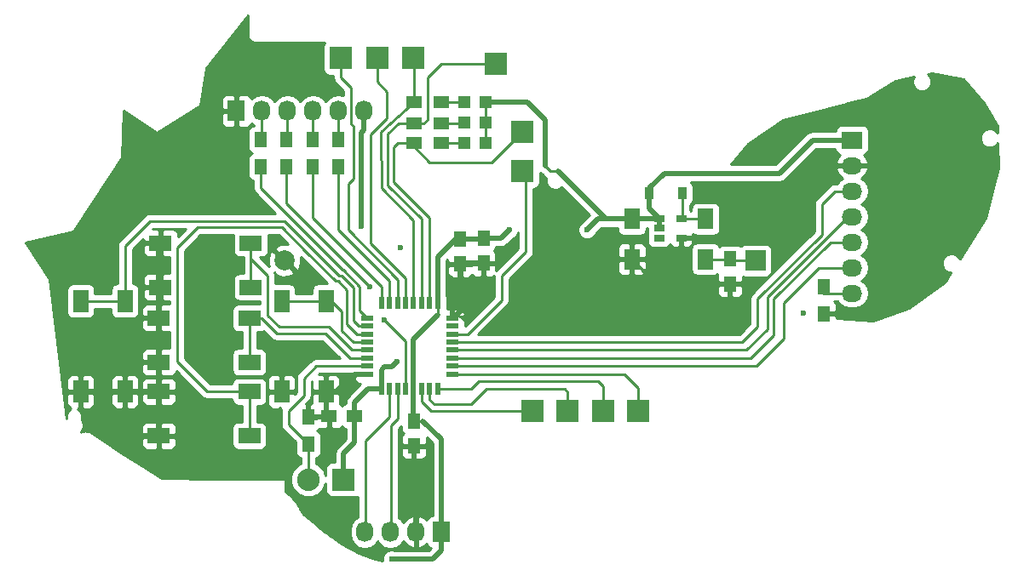
<source format=gtl>
G04 #@! TF.FileFunction,Copper,L1,Top,Signal*
%FSLAX46Y46*%
G04 Gerber Fmt 4.6, Leading zero omitted, Abs format (unit mm)*
G04 Created by KiCad (PCBNEW (2015-04-17 BZR 5609)-product) date Sunday, 21 June 2015 08:11:59 pm*
%MOMM*%
G01*
G04 APERTURE LIST*
%ADD10C,0.100000*%
%ADD11C,2.235200*%
%ADD12R,1.250000X1.500000*%
%ADD13R,1.500000X1.250000*%
%ADD14R,1.600000X2.000000*%
%ADD15R,0.910000X1.220000*%
%ADD16R,1.198880X1.198880*%
%ADD17R,1.727200X2.032000*%
%ADD18O,1.727200X2.032000*%
%ADD19R,2.235200X2.235200*%
%ADD20R,1.300000X1.500000*%
%ADD21R,1.500000X1.300000*%
%ADD22R,2.200000X1.500000*%
%ADD23R,1.500000X2.200000*%
%ADD24R,2.000000X2.000000*%
%ADD25C,2.000000*%
%ADD26R,1.060000X0.650000*%
%ADD27R,0.600000X1.200000*%
%ADD28R,1.200000X0.600000*%
%ADD29R,2.032000X1.727200*%
%ADD30O,2.032000X1.727200*%
%ADD31C,0.600000*%
%ADD32C,0.250000*%
%ADD33C,0.500000*%
%ADD34C,0.254000*%
G04 APERTURE END LIST*
D10*
D11*
X137769600Y-126187200D03*
D12*
X155181300Y-102166100D03*
X155181300Y-104666100D03*
X148259800Y-120339800D03*
X148259800Y-122839800D03*
X152857200Y-102229600D03*
X152857200Y-104729600D03*
D13*
X142347000Y-119888000D03*
X139847000Y-119888000D03*
D12*
X179679600Y-104210800D03*
X179679600Y-106710800D03*
D14*
X169926000Y-100260400D03*
X169926000Y-104260400D03*
D15*
X174913800Y-97688400D03*
X171643800Y-97688400D03*
D16*
X153255980Y-92710000D03*
X155354020Y-92710000D03*
X153255980Y-90678000D03*
X155354020Y-90678000D03*
X153255980Y-88646000D03*
X155354020Y-88646000D03*
D14*
X177241200Y-104260400D03*
X177241200Y-100260400D03*
D17*
X130606800Y-89509600D03*
D18*
X133146800Y-89509600D03*
X135686800Y-89509600D03*
X138226800Y-89509600D03*
X140766800Y-89509600D03*
X143306800Y-89509600D03*
D19*
X160020000Y-119329200D03*
X163525200Y-119329200D03*
X167030400Y-119329200D03*
X170535600Y-119329200D03*
X159000000Y-91600000D03*
X156400000Y-84800000D03*
X148200000Y-84200000D03*
X144600000Y-84200000D03*
X141000000Y-84200000D03*
X159004000Y-95504000D03*
D20*
X140716000Y-95076000D03*
X140716000Y-92376000D03*
X138201400Y-95050600D03*
X138201400Y-92350600D03*
X135610600Y-95050600D03*
X135610600Y-92350600D03*
X133045200Y-95076000D03*
X133045200Y-92376000D03*
X188976000Y-106981000D03*
X188976000Y-109681000D03*
D21*
X148256000Y-92710000D03*
X150956000Y-92710000D03*
X148294100Y-90754200D03*
X150994100Y-90754200D03*
X148256000Y-88646000D03*
X150956000Y-88646000D03*
D22*
X122906400Y-121834000D03*
X122906400Y-117434000D03*
X131906400Y-117434000D03*
X131906400Y-121834000D03*
X122906400Y-114518800D03*
X122906400Y-110118800D03*
X131906400Y-110118800D03*
X131906400Y-114518800D03*
D23*
X119548000Y-117428400D03*
X115148000Y-117428400D03*
X115148000Y-108428400D03*
X119548000Y-108428400D03*
X139512400Y-117428400D03*
X135112400Y-117428400D03*
X135112400Y-108428400D03*
X139512400Y-108428400D03*
D22*
X123058800Y-107051200D03*
X123058800Y-102651200D03*
X132058800Y-102651200D03*
X132058800Y-107051200D03*
D24*
X182210800Y-104394000D03*
D25*
X135400800Y-104404000D03*
D26*
X172636000Y-100243600D03*
X172636000Y-101193600D03*
X172636000Y-102143600D03*
X174836000Y-102143600D03*
X174836000Y-100243600D03*
D27*
X145028000Y-117153000D03*
X145828000Y-117153000D03*
X146628000Y-117153000D03*
X147428000Y-117153000D03*
X148228000Y-117153000D03*
X149028000Y-117153000D03*
X149828000Y-117153000D03*
X150628000Y-117153000D03*
D28*
X152078000Y-115703000D03*
X152078000Y-114903000D03*
X152078000Y-114103000D03*
X152078000Y-113303000D03*
X152078000Y-112503000D03*
X152078000Y-111703000D03*
X152078000Y-110903000D03*
X152078000Y-110103000D03*
D27*
X150628000Y-108653000D03*
X149828000Y-108653000D03*
X149028000Y-108653000D03*
X148228000Y-108653000D03*
X147428000Y-108653000D03*
X146628000Y-108653000D03*
X145828000Y-108653000D03*
X145028000Y-108653000D03*
D28*
X143578000Y-110103000D03*
X143578000Y-110903000D03*
X143578000Y-111703000D03*
X143578000Y-112503000D03*
X143578000Y-113303000D03*
X143578000Y-114103000D03*
X143578000Y-114903000D03*
X143578000Y-115703000D03*
D17*
X151000000Y-131400000D03*
D18*
X148460000Y-131400000D03*
X145920000Y-131400000D03*
X143380000Y-131400000D03*
D20*
X137769600Y-119960400D03*
X137769600Y-122660400D03*
D19*
X141274800Y-126187200D03*
D29*
X191800000Y-92400000D03*
D30*
X191800000Y-94940000D03*
X191800000Y-97480000D03*
X191800000Y-100020000D03*
X191800000Y-102560000D03*
X191800000Y-105100000D03*
X191800000Y-107640000D03*
D31*
X186944000Y-109601000D03*
X146939000Y-103124000D03*
X143002000Y-100965000D03*
X146621500Y-114427000D03*
X165481000Y-101346000D03*
X157734000Y-101346000D03*
X146050000Y-134112000D03*
X152400000Y-106680000D03*
X137160000Y-113284000D03*
X119481600Y-120548400D03*
X143891000Y-107010200D03*
X145313400Y-110337600D03*
D32*
X143578000Y-114903000D02*
X138538200Y-114903000D01*
X135788400Y-120679200D02*
X137769600Y-122660400D01*
X135788400Y-119329200D02*
X135788400Y-120679200D01*
X137312400Y-117805200D02*
X135788400Y-119329200D01*
X137312400Y-116128800D02*
X137312400Y-117805200D01*
X138538200Y-114903000D02*
X137312400Y-116128800D01*
X137769600Y-126187200D02*
X137769600Y-122660400D01*
D33*
X143306800Y-89509600D02*
X143306800Y-91389200D01*
X143002000Y-91694000D02*
X143002000Y-100965000D01*
X143306800Y-91389200D02*
X143002000Y-91694000D01*
X145028000Y-115322000D02*
X145028000Y-117153000D01*
X145351500Y-114998500D02*
X145028000Y-115322000D01*
X146050000Y-114998500D02*
X145351500Y-114998500D01*
X146621500Y-114427000D02*
X146050000Y-114998500D01*
X167386000Y-100260400D02*
X166566600Y-100260400D01*
X166566600Y-100260400D02*
X165481000Y-101346000D01*
X155181300Y-102166100D02*
X156913900Y-102166100D01*
X156913900Y-102166100D02*
X157734000Y-101346000D01*
D32*
X155354020Y-92710000D02*
X155354020Y-90678000D01*
X155354020Y-88646000D02*
X155354020Y-90678000D01*
D33*
X152857200Y-102229600D02*
X155117800Y-102229600D01*
D32*
X155117800Y-102229600D02*
X155181300Y-102166100D01*
D33*
X169926000Y-100260400D02*
X167386000Y-100260400D01*
D32*
X167386000Y-100260400D02*
X167316400Y-100260400D01*
D33*
X159512000Y-88646000D02*
X155354020Y-88646000D01*
X161290000Y-90424000D02*
X159512000Y-88646000D01*
X161290000Y-94996000D02*
X161290000Y-90424000D01*
D32*
X161798000Y-95504000D02*
X161290000Y-94996000D01*
X162560000Y-95504000D02*
X161798000Y-95504000D01*
D33*
X167316400Y-100260400D02*
X162560000Y-95504000D01*
X151000000Y-131400000D02*
X151000000Y-133226000D01*
X150114000Y-134112000D02*
X146050000Y-134112000D01*
X151000000Y-133226000D02*
X150114000Y-134112000D01*
D32*
X155354020Y-88646000D02*
X155354020Y-92710000D01*
D33*
X151000000Y-131400000D02*
X151000000Y-122196400D01*
D32*
X149143400Y-120339800D02*
X148259800Y-120339800D01*
D33*
X151000000Y-122196400D02*
X149143400Y-120339800D01*
X141274800Y-126187200D02*
X141274800Y-123596400D01*
X142347000Y-122524200D02*
X142347000Y-119888000D01*
X141274800Y-123596400D02*
X142347000Y-122524200D01*
X148228000Y-117153000D02*
X148228000Y-112223600D01*
D32*
X150628000Y-109823600D02*
X150628000Y-108653000D01*
D33*
X148228000Y-112223600D02*
X150628000Y-109823600D01*
D32*
X152857200Y-102229600D02*
X152430800Y-102229600D01*
D33*
X152430800Y-102229600D02*
X150628000Y-104032400D01*
X150628000Y-104032400D02*
X150628000Y-108653000D01*
D32*
X171643800Y-97688400D02*
X171643800Y-97189800D01*
D33*
X171643800Y-97189800D02*
X173126400Y-95707200D01*
X187863600Y-92400000D02*
X191800000Y-92400000D01*
X184556400Y-95707200D02*
X187863600Y-92400000D01*
X173126400Y-95707200D02*
X184556400Y-95707200D01*
D32*
X169942800Y-100243600D02*
X169926000Y-100260400D01*
D33*
X172636000Y-100243600D02*
X169942800Y-100243600D01*
X172636000Y-101193600D02*
X172636000Y-100243600D01*
X171643800Y-99251400D02*
X172636000Y-100243600D01*
X171643800Y-97688400D02*
X171643800Y-99251400D01*
X142347000Y-118511000D02*
X143705000Y-117153000D01*
X143705000Y-117153000D02*
X145028000Y-117153000D01*
X142347000Y-119888000D02*
X142347000Y-118511000D01*
D32*
X148228000Y-120308000D02*
X148259800Y-120339800D01*
D33*
X148228000Y-117153000D02*
X148228000Y-120308000D01*
D32*
X150622000Y-108647000D02*
X150628000Y-108653000D01*
D33*
X119548000Y-117428400D02*
X122900800Y-117428400D01*
X122900800Y-117428400D02*
X122906400Y-117434000D01*
X197205600Y-107289600D02*
X196875400Y-107289600D01*
X194914400Y-94940000D02*
X197205600Y-97231200D01*
X197205600Y-97231200D02*
X197205600Y-107289600D01*
X191800000Y-94940000D02*
X194914400Y-94940000D01*
X194484000Y-109681000D02*
X188976000Y-109681000D01*
X196875400Y-107289600D02*
X194484000Y-109681000D01*
X155181300Y-104666100D02*
X152920700Y-104666100D01*
D32*
X152920700Y-104666100D02*
X152857200Y-104729600D01*
D33*
X152857200Y-104729600D02*
X152857200Y-106222800D01*
X152857200Y-106222800D02*
X152400000Y-106680000D01*
X135112400Y-117428400D02*
X135112400Y-115331600D01*
X135112400Y-115331600D02*
X137160000Y-113284000D01*
X122906400Y-121834000D02*
X120767200Y-121834000D01*
X120767200Y-121834000D02*
X119481600Y-120548400D01*
X122906400Y-117434000D02*
X122906400Y-102803600D01*
D32*
X122906400Y-102803600D02*
X123058800Y-102651200D01*
D33*
X122906400Y-117434000D02*
X122906400Y-121834000D01*
X115148000Y-117428400D02*
X119548000Y-117428400D01*
X148460000Y-131400000D02*
X148460000Y-127428800D01*
X148259800Y-127228600D02*
X148259800Y-122839800D01*
X148460000Y-127428800D02*
X148259800Y-127228600D01*
X139512400Y-117428400D02*
X139512400Y-119553400D01*
D32*
X139512400Y-119553400D02*
X139105400Y-119960400D01*
D33*
X139105400Y-119960400D02*
X137769600Y-119960400D01*
X139512400Y-117428400D02*
X140584800Y-117428400D01*
X142310200Y-115703000D02*
X143578000Y-115703000D01*
X140584800Y-117428400D02*
X142310200Y-115703000D01*
D32*
X152078000Y-110103000D02*
X152177400Y-110103000D01*
D33*
X152177400Y-110103000D02*
X155181300Y-107099100D01*
X155181300Y-107099100D02*
X155181300Y-104666100D01*
X174836000Y-105460800D02*
X171126400Y-105460800D01*
D32*
X171126400Y-105460800D02*
X169926000Y-104260400D01*
D33*
X179679600Y-106710800D02*
X176205200Y-106710800D01*
D32*
X174836000Y-105341600D02*
X174836000Y-105460800D01*
D33*
X174836000Y-105460800D02*
X174836000Y-102143600D01*
X176205200Y-106710800D02*
X174836000Y-105341600D01*
X191800000Y-94940000D02*
X189133600Y-94940000D01*
X181930000Y-102143600D02*
X174836000Y-102143600D01*
X189133600Y-94940000D02*
X181930000Y-102143600D01*
D32*
X177241200Y-104260400D02*
X179630000Y-104260400D01*
X179630000Y-104260400D02*
X179679600Y-104210800D01*
X179862800Y-104394000D02*
X179679600Y-104210800D01*
X182210800Y-104394000D02*
X179862800Y-104394000D01*
X174852800Y-100260400D02*
X174836000Y-100243600D01*
X177241200Y-100260400D02*
X174852800Y-100260400D01*
X174913800Y-100165800D02*
X174836000Y-100243600D01*
X174913800Y-97688400D02*
X174913800Y-100165800D01*
X150956000Y-92710000D02*
X153255980Y-92710000D01*
X153179780Y-90754200D02*
X153255980Y-90678000D01*
X150994100Y-90754200D02*
X153179780Y-90754200D01*
X150956000Y-88646000D02*
X153255980Y-88646000D01*
X133146800Y-92274400D02*
X133045200Y-92376000D01*
X133146800Y-89509600D02*
X133146800Y-92274400D01*
X135686800Y-92274400D02*
X135610600Y-92350600D01*
X135686800Y-89509600D02*
X135686800Y-92274400D01*
X138226800Y-92325200D02*
X138201400Y-92350600D01*
X138226800Y-89509600D02*
X138226800Y-92325200D01*
X140766800Y-92325200D02*
X140716000Y-92376000D01*
X140766800Y-89509600D02*
X140766800Y-92325200D01*
X146685000Y-117210000D02*
X146628000Y-117153000D01*
X145973800Y-120815100D02*
X146628000Y-120160900D01*
X146628000Y-120160900D02*
X146628000Y-117153000D01*
X145973800Y-130479800D02*
X145973800Y-120815100D01*
X145923000Y-117248000D02*
X145828000Y-117153000D01*
X145828000Y-119957600D02*
X145828000Y-117153000D01*
X143433800Y-122351800D02*
X145828000Y-119957600D01*
X143433800Y-130479800D02*
X143433800Y-122351800D01*
X189640000Y-102560000D02*
X184000000Y-108200000D01*
X184000000Y-108200000D02*
X184000000Y-111800000D01*
X184000000Y-111800000D02*
X181697000Y-114103000D01*
X181697000Y-114103000D02*
X152078000Y-114103000D01*
X191800000Y-102560000D02*
X189640000Y-102560000D01*
X190120000Y-97480000D02*
X188800000Y-98800000D01*
X188800000Y-98800000D02*
X188800000Y-101800000D01*
X188800000Y-101800000D02*
X182400000Y-108200000D01*
X182400000Y-108200000D02*
X182400000Y-111000000D01*
X182400000Y-111000000D02*
X180897000Y-112503000D01*
X180897000Y-112503000D02*
X152078000Y-112503000D01*
X191800000Y-97480000D02*
X190120000Y-97480000D01*
X188500000Y-105100000D02*
X185000000Y-108600000D01*
X185000000Y-108600000D02*
X185000000Y-112200000D01*
X185000000Y-112200000D02*
X182297000Y-114903000D01*
X182297000Y-114903000D02*
X152078000Y-114903000D01*
X191800000Y-105100000D02*
X188500000Y-105100000D01*
X149028000Y-117153000D02*
X149028000Y-118395600D01*
X149961600Y-119329200D02*
X160020000Y-119329200D01*
X149028000Y-118395600D02*
X149961600Y-119329200D01*
X149828000Y-117153000D02*
X149828000Y-118281200D01*
X163525200Y-117500400D02*
X163525200Y-119329200D01*
X163220400Y-117195600D02*
X163525200Y-117500400D01*
X155448000Y-117195600D02*
X163220400Y-117195600D01*
X153924000Y-118719600D02*
X155448000Y-117195600D01*
X150266400Y-118719600D02*
X153924000Y-118719600D01*
X149828000Y-118281200D02*
X150266400Y-118719600D01*
X150628000Y-117153000D02*
X153966600Y-117153000D01*
X167030400Y-116890800D02*
X167030400Y-119329200D01*
X166573200Y-116433600D02*
X167030400Y-116890800D01*
X154686000Y-116433600D02*
X166573200Y-116433600D01*
X153966600Y-117153000D02*
X154686000Y-116433600D01*
X152078000Y-115703000D02*
X169195400Y-115703000D01*
X170535600Y-117043200D02*
X170535600Y-119329200D01*
X169195400Y-115703000D02*
X170535600Y-117043200D01*
X146659600Y-92710000D02*
X146634200Y-92710000D01*
X148256000Y-92710000D02*
X146659600Y-92710000D01*
X149828000Y-100171000D02*
X146265900Y-96608900D01*
X146265900Y-96608900D02*
X146265900Y-93103700D01*
X146265900Y-93103700D02*
X146659600Y-92710000D01*
X149828000Y-108653000D02*
X149828000Y-100171000D01*
X149800000Y-94600000D02*
X156000000Y-94600000D01*
X156000000Y-94600000D02*
X159000000Y-91600000D01*
X148256000Y-93056000D02*
X149800000Y-94600000D01*
X148256000Y-92710000D02*
X148256000Y-93056000D01*
X146710400Y-90754200D02*
X146659600Y-90805000D01*
X148294100Y-90754200D02*
X146710400Y-90754200D01*
X149028000Y-100260000D02*
X145669000Y-96901000D01*
X145669000Y-96901000D02*
X145669000Y-91795600D01*
X145669000Y-91795600D02*
X146710400Y-90754200D01*
X149028000Y-108653000D02*
X149028000Y-100260000D01*
X149600000Y-86200000D02*
X151000000Y-84800000D01*
X151000000Y-84800000D02*
X156400000Y-84800000D01*
X148294100Y-90754200D02*
X149245800Y-90754200D01*
X149600000Y-90400000D02*
X149600000Y-86800000D01*
X149245800Y-90754200D02*
X149600000Y-90400000D01*
X149600000Y-86800000D02*
X149600000Y-86200000D01*
X148256000Y-88646000D02*
X145920213Y-90716863D01*
X148228000Y-100374400D02*
X145046700Y-97193100D01*
X145046700Y-97193100D02*
X145000000Y-91600000D01*
X145000000Y-91600000D02*
X145920213Y-90716863D01*
X148228000Y-108653000D02*
X148228000Y-100374400D01*
X148256000Y-84256000D02*
X148200000Y-84200000D01*
X148256000Y-88646000D02*
X148256000Y-84256000D01*
X143941800Y-91858200D02*
X145600000Y-90200000D01*
X145600000Y-90200000D02*
X145600000Y-87600000D01*
X145600000Y-87600000D02*
X144600000Y-86600000D01*
X144600000Y-86600000D02*
X144600000Y-84200000D01*
X147428000Y-108653000D02*
X147428000Y-106165700D01*
X147428000Y-106165700D02*
X143941800Y-102679500D01*
X143941800Y-102679500D02*
X143941800Y-91858200D01*
X142240000Y-94996000D02*
X142240000Y-91040000D01*
X141000000Y-84200000D02*
X141000000Y-86200000D01*
X142000000Y-87200000D02*
X141000000Y-86200000D01*
X142000000Y-90800000D02*
X142000000Y-87200000D01*
X141732000Y-96774000D02*
X142240000Y-96266000D01*
X142240000Y-96266000D02*
X142240000Y-94996000D01*
X141732000Y-96774000D02*
X141732000Y-99314000D01*
X142240000Y-91040000D02*
X142000000Y-90800000D01*
X141732000Y-101346000D02*
X141726750Y-101340750D01*
X146628000Y-106305500D02*
X141732000Y-101346000D01*
X146628000Y-108653000D02*
X146628000Y-106305500D01*
X141732000Y-99314000D02*
X141732000Y-99314000D01*
X141732000Y-101346000D02*
X141732000Y-99314000D01*
X140716000Y-101320600D02*
X145828000Y-106432600D01*
X145828000Y-106432600D02*
X145828000Y-108653000D01*
X140716000Y-95076000D02*
X140716000Y-101320600D01*
X152078000Y-111703000D02*
X153625400Y-111703000D01*
X159400000Y-103490000D02*
X159400000Y-95600000D01*
X156972000Y-105918000D02*
X159400000Y-103490000D01*
X156972000Y-108356400D02*
X156972000Y-105918000D01*
X153625400Y-111703000D02*
X156972000Y-108356400D01*
X115148000Y-108428400D02*
X119548000Y-108428400D01*
X119548000Y-102956000D02*
X122047000Y-100457000D01*
X135382000Y-100457000D02*
X135382000Y-100457000D01*
X122047000Y-100457000D02*
X135382000Y-100457000D01*
X119548000Y-108428400D02*
X119548000Y-102956000D01*
X140843000Y-105918000D02*
X141097000Y-105918000D01*
X141097000Y-105918000D02*
X142240000Y-107061000D01*
X142240000Y-107061000D02*
X142240000Y-110363000D01*
X142240000Y-110363000D02*
X142780000Y-110903000D01*
X142780000Y-110903000D02*
X143578000Y-110903000D01*
X135382000Y-100457000D02*
X140843000Y-105918000D01*
X131906400Y-121834000D02*
X131906400Y-117434000D01*
X140462000Y-106426000D02*
X140716000Y-106426000D01*
X140716000Y-106426000D02*
X141605000Y-107315000D01*
X141605000Y-107315000D02*
X141605000Y-110744000D01*
X141605000Y-110744000D02*
X142564000Y-111703000D01*
X142564000Y-111703000D02*
X143578000Y-111703000D01*
X126746000Y-101092000D02*
X135128000Y-101092000D01*
X127721000Y-117434000D02*
X124714000Y-114427000D01*
X124714000Y-114427000D02*
X124714000Y-103124000D01*
X124714000Y-103124000D02*
X126746000Y-101092000D01*
X131906400Y-117434000D02*
X127721000Y-117434000D01*
X135128000Y-101092000D02*
X137541000Y-103505000D01*
X137541000Y-103505000D02*
X140462000Y-106426000D01*
X132058800Y-104245800D02*
X133731000Y-105918000D01*
X133731000Y-105918000D02*
X133731000Y-109855000D01*
X133731000Y-109855000D02*
X134874000Y-110998000D01*
X134874000Y-110998000D02*
X139827000Y-110998000D01*
X139827000Y-110998000D02*
X142132000Y-113303000D01*
X142132000Y-113303000D02*
X143578000Y-113303000D01*
X132058800Y-102651200D02*
X132058800Y-104245800D01*
X132058800Y-102651200D02*
X132058800Y-107051200D01*
X131906400Y-110118800D02*
X131906400Y-114518800D01*
X133105800Y-110118800D02*
X134620000Y-111633000D01*
X134620000Y-111633000D02*
X139446000Y-111633000D01*
X139446000Y-111633000D02*
X141916000Y-114103000D01*
X141916000Y-114103000D02*
X143578000Y-114103000D01*
X131906400Y-110118800D02*
X133105800Y-110118800D01*
X135112400Y-108428400D02*
X139512400Y-108428400D01*
X142221000Y-112503000D02*
X143578000Y-112503000D01*
X141097000Y-111379000D02*
X142221000Y-112503000D01*
X141097000Y-109474000D02*
X141097000Y-111379000D01*
X140051400Y-108428400D02*
X141097000Y-109474000D01*
X139512400Y-108428400D02*
X140051400Y-108428400D01*
X138201400Y-100139500D02*
X145028000Y-106966100D01*
X145028000Y-106966100D02*
X145028000Y-108653000D01*
X138201400Y-95050600D02*
X138201400Y-100139500D01*
X135610600Y-98729800D02*
X143891000Y-107010200D01*
X145313400Y-110337600D02*
X147428000Y-112452200D01*
X147428000Y-112452200D02*
X147428000Y-117153000D01*
X135610600Y-95050600D02*
X135610600Y-98729800D01*
X142887700Y-109412700D02*
X143578000Y-110103000D01*
X133045200Y-95076000D02*
X133045200Y-97167700D01*
X141211300Y-105308400D02*
X142887700Y-106984800D01*
X141185900Y-105308400D02*
X141211300Y-105308400D01*
X133045200Y-97167700D02*
X141185900Y-105308400D01*
X142887700Y-106984800D02*
X142887700Y-109412700D01*
X188990000Y-107640000D02*
X188950000Y-107600000D01*
X192000000Y-107640000D02*
X188990000Y-107640000D01*
X181297000Y-113303000D02*
X152078000Y-113303000D01*
X183400000Y-111200000D02*
X181297000Y-113303000D01*
X183400000Y-108000000D02*
X183400000Y-111200000D01*
X191380000Y-100020000D02*
X183400000Y-108000000D01*
X191800000Y-100020000D02*
X191380000Y-100020000D01*
D34*
G36*
X139642158Y-106680960D02*
X138762400Y-106680960D01*
X138520277Y-106727937D01*
X138307473Y-106867727D01*
X138165023Y-107078760D01*
X138114960Y-107328400D01*
X138114960Y-107668400D01*
X136509840Y-107668400D01*
X136509840Y-107328400D01*
X136462863Y-107086277D01*
X136373727Y-106950584D01*
X136323073Y-106873473D01*
X136112040Y-106731023D01*
X135862400Y-106680960D01*
X134491000Y-106680960D01*
X134491000Y-105918000D01*
X134433148Y-105627161D01*
X134402746Y-105581661D01*
X134427873Y-105556534D01*
X134526536Y-105823387D01*
X135136261Y-106049908D01*
X135786260Y-106025856D01*
X136275064Y-105823387D01*
X136373727Y-105556532D01*
X135400800Y-104583605D01*
X135386657Y-104597747D01*
X135207052Y-104418142D01*
X135221195Y-104404000D01*
X134248268Y-103431073D01*
X133981413Y-103529736D01*
X133754892Y-104139461D01*
X133778944Y-104789460D01*
X133850843Y-104963041D01*
X132936442Y-104048640D01*
X133158800Y-104048640D01*
X133400923Y-104001663D01*
X133613727Y-103861873D01*
X133756177Y-103650840D01*
X133806240Y-103401200D01*
X133806240Y-101901200D01*
X133796694Y-101852000D01*
X134813197Y-101852000D01*
X135751181Y-102789983D01*
X135665339Y-102758092D01*
X135015340Y-102782144D01*
X134526536Y-102984613D01*
X134427873Y-103251468D01*
X135400800Y-104224395D01*
X135414942Y-104210252D01*
X135594547Y-104389857D01*
X135580405Y-104404000D01*
X136553332Y-105376927D01*
X136820187Y-105278264D01*
X137046708Y-104668539D01*
X137024305Y-104063107D01*
X139642158Y-106680960D01*
X139642158Y-106680960D01*
G37*
X139642158Y-106680960D02*
X138762400Y-106680960D01*
X138520277Y-106727937D01*
X138307473Y-106867727D01*
X138165023Y-107078760D01*
X138114960Y-107328400D01*
X138114960Y-107668400D01*
X136509840Y-107668400D01*
X136509840Y-107328400D01*
X136462863Y-107086277D01*
X136373727Y-106950584D01*
X136323073Y-106873473D01*
X136112040Y-106731023D01*
X135862400Y-106680960D01*
X134491000Y-106680960D01*
X134491000Y-105918000D01*
X134433148Y-105627161D01*
X134402746Y-105581661D01*
X134427873Y-105556534D01*
X134526536Y-105823387D01*
X135136261Y-106049908D01*
X135786260Y-106025856D01*
X136275064Y-105823387D01*
X136373727Y-105556532D01*
X135400800Y-104583605D01*
X135386657Y-104597747D01*
X135207052Y-104418142D01*
X135221195Y-104404000D01*
X134248268Y-103431073D01*
X133981413Y-103529736D01*
X133754892Y-104139461D01*
X133778944Y-104789460D01*
X133850843Y-104963041D01*
X132936442Y-104048640D01*
X133158800Y-104048640D01*
X133400923Y-104001663D01*
X133613727Y-103861873D01*
X133756177Y-103650840D01*
X133806240Y-103401200D01*
X133806240Y-101901200D01*
X133796694Y-101852000D01*
X134813197Y-101852000D01*
X135751181Y-102789983D01*
X135665339Y-102758092D01*
X135015340Y-102782144D01*
X134526536Y-102984613D01*
X134427873Y-103251468D01*
X135400800Y-104224395D01*
X135414942Y-104210252D01*
X135594547Y-104389857D01*
X135580405Y-104404000D01*
X136553332Y-105376927D01*
X136820187Y-105278264D01*
X137046708Y-104668539D01*
X137024305Y-104063107D01*
X139642158Y-106680960D01*
G36*
X142968420Y-116638000D02*
X141721210Y-117885210D01*
X141529367Y-118172325D01*
X141518189Y-118228515D01*
X141461999Y-118511000D01*
X141462000Y-118511005D01*
X141462000Y-118641752D01*
X141354877Y-118662537D01*
X141142073Y-118802327D01*
X141098662Y-118866637D01*
X140956698Y-118724673D01*
X140881347Y-118693461D01*
X140897400Y-118654709D01*
X140897400Y-117714150D01*
X140897400Y-117142650D01*
X140897400Y-116202091D01*
X140800727Y-115968702D01*
X140622099Y-115790073D01*
X140388710Y-115693400D01*
X140136091Y-115693400D01*
X139798150Y-115693400D01*
X139639400Y-115852150D01*
X139639400Y-117301400D01*
X140738650Y-117301400D01*
X140897400Y-117142650D01*
X140897400Y-117714150D01*
X140738650Y-117555400D01*
X139639400Y-117555400D01*
X139639400Y-117575400D01*
X139385400Y-117575400D01*
X139385400Y-117555400D01*
X138286150Y-117555400D01*
X138127400Y-117714150D01*
X138127400Y-118575400D01*
X138055350Y-118575400D01*
X137896600Y-118734150D01*
X137896600Y-119833400D01*
X138895850Y-119833400D01*
X138968250Y-119761000D01*
X139720000Y-119761000D01*
X139720000Y-119741000D01*
X139974000Y-119741000D01*
X139974000Y-119761000D01*
X139994000Y-119761000D01*
X139994000Y-120015000D01*
X139974000Y-120015000D01*
X139974000Y-120989250D01*
X140132750Y-121148000D01*
X140723309Y-121148000D01*
X140956698Y-121051327D01*
X141098176Y-120909849D01*
X141136327Y-120967927D01*
X141347360Y-121110377D01*
X141462000Y-121133366D01*
X141462000Y-122157620D01*
X140649010Y-122970610D01*
X140457167Y-123257725D01*
X140445989Y-123313915D01*
X140389799Y-123596400D01*
X140389800Y-123596405D01*
X140389800Y-124422160D01*
X140157200Y-124422160D01*
X139915077Y-124469137D01*
X139702273Y-124608927D01*
X139559823Y-124819960D01*
X139509760Y-125069600D01*
X139509760Y-125809275D01*
X139256248Y-125195729D01*
X138763664Y-124702285D01*
X138529600Y-124605092D01*
X138529600Y-124036497D01*
X138661723Y-124010863D01*
X138874527Y-123871073D01*
X139016977Y-123660040D01*
X139067040Y-123410400D01*
X139067040Y-121910400D01*
X139020063Y-121668277D01*
X138880273Y-121455473D01*
X138669240Y-121313023D01*
X138638808Y-121306920D01*
X138779299Y-121248727D01*
X138906580Y-121121444D01*
X138970691Y-121148000D01*
X139561250Y-121148000D01*
X139720000Y-120989250D01*
X139720000Y-120015000D01*
X138620750Y-120015000D01*
X138548350Y-120087400D01*
X137896600Y-120087400D01*
X137896600Y-120107400D01*
X137642600Y-120107400D01*
X137642600Y-120087400D01*
X137622600Y-120087400D01*
X137622600Y-119833400D01*
X137642600Y-119833400D01*
X137642600Y-118734150D01*
X137550426Y-118641976D01*
X137849801Y-118342601D01*
X138014548Y-118096040D01*
X138014548Y-118096039D01*
X138024146Y-118047786D01*
X138072399Y-117805200D01*
X138072400Y-117805200D01*
X138072400Y-116443602D01*
X138127400Y-116388602D01*
X138127400Y-117142650D01*
X138286150Y-117301400D01*
X139385400Y-117301400D01*
X139385400Y-115852150D01*
X139226650Y-115693400D01*
X138888709Y-115693400D01*
X138822602Y-115693400D01*
X138853002Y-115663000D01*
X142524842Y-115663000D01*
X142728360Y-115800377D01*
X142876075Y-115830000D01*
X142501750Y-115830000D01*
X142343000Y-115988750D01*
X142343000Y-116129310D01*
X142439673Y-116362699D01*
X142618302Y-116541327D01*
X142851691Y-116638000D01*
X142968420Y-116638000D01*
X142968420Y-116638000D01*
G37*
X142968420Y-116638000D02*
X141721210Y-117885210D01*
X141529367Y-118172325D01*
X141518189Y-118228515D01*
X141461999Y-118511000D01*
X141462000Y-118511005D01*
X141462000Y-118641752D01*
X141354877Y-118662537D01*
X141142073Y-118802327D01*
X141098662Y-118866637D01*
X140956698Y-118724673D01*
X140881347Y-118693461D01*
X140897400Y-118654709D01*
X140897400Y-117714150D01*
X140897400Y-117142650D01*
X140897400Y-116202091D01*
X140800727Y-115968702D01*
X140622099Y-115790073D01*
X140388710Y-115693400D01*
X140136091Y-115693400D01*
X139798150Y-115693400D01*
X139639400Y-115852150D01*
X139639400Y-117301400D01*
X140738650Y-117301400D01*
X140897400Y-117142650D01*
X140897400Y-117714150D01*
X140738650Y-117555400D01*
X139639400Y-117555400D01*
X139639400Y-117575400D01*
X139385400Y-117575400D01*
X139385400Y-117555400D01*
X138286150Y-117555400D01*
X138127400Y-117714150D01*
X138127400Y-118575400D01*
X138055350Y-118575400D01*
X137896600Y-118734150D01*
X137896600Y-119833400D01*
X138895850Y-119833400D01*
X138968250Y-119761000D01*
X139720000Y-119761000D01*
X139720000Y-119741000D01*
X139974000Y-119741000D01*
X139974000Y-119761000D01*
X139994000Y-119761000D01*
X139994000Y-120015000D01*
X139974000Y-120015000D01*
X139974000Y-120989250D01*
X140132750Y-121148000D01*
X140723309Y-121148000D01*
X140956698Y-121051327D01*
X141098176Y-120909849D01*
X141136327Y-120967927D01*
X141347360Y-121110377D01*
X141462000Y-121133366D01*
X141462000Y-122157620D01*
X140649010Y-122970610D01*
X140457167Y-123257725D01*
X140445989Y-123313915D01*
X140389799Y-123596400D01*
X140389800Y-123596405D01*
X140389800Y-124422160D01*
X140157200Y-124422160D01*
X139915077Y-124469137D01*
X139702273Y-124608927D01*
X139559823Y-124819960D01*
X139509760Y-125069600D01*
X139509760Y-125809275D01*
X139256248Y-125195729D01*
X138763664Y-124702285D01*
X138529600Y-124605092D01*
X138529600Y-124036497D01*
X138661723Y-124010863D01*
X138874527Y-123871073D01*
X139016977Y-123660040D01*
X139067040Y-123410400D01*
X139067040Y-121910400D01*
X139020063Y-121668277D01*
X138880273Y-121455473D01*
X138669240Y-121313023D01*
X138638808Y-121306920D01*
X138779299Y-121248727D01*
X138906580Y-121121444D01*
X138970691Y-121148000D01*
X139561250Y-121148000D01*
X139720000Y-120989250D01*
X139720000Y-120015000D01*
X138620750Y-120015000D01*
X138548350Y-120087400D01*
X137896600Y-120087400D01*
X137896600Y-120107400D01*
X137642600Y-120107400D01*
X137642600Y-120087400D01*
X137622600Y-120087400D01*
X137622600Y-119833400D01*
X137642600Y-119833400D01*
X137642600Y-118734150D01*
X137550426Y-118641976D01*
X137849801Y-118342601D01*
X138014548Y-118096040D01*
X138014548Y-118096039D01*
X138024146Y-118047786D01*
X138072399Y-117805200D01*
X138072400Y-117805200D01*
X138072400Y-116443602D01*
X138127400Y-116388602D01*
X138127400Y-117142650D01*
X138286150Y-117301400D01*
X139385400Y-117301400D01*
X139385400Y-115852150D01*
X139226650Y-115693400D01*
X138888709Y-115693400D01*
X138822602Y-115693400D01*
X138853002Y-115663000D01*
X142524842Y-115663000D01*
X142728360Y-115800377D01*
X142876075Y-115830000D01*
X142501750Y-115830000D01*
X142343000Y-115988750D01*
X142343000Y-116129310D01*
X142439673Y-116362699D01*
X142618302Y-116541327D01*
X142851691Y-116638000D01*
X142968420Y-116638000D01*
G36*
X150115000Y-129740712D02*
X149894277Y-129783537D01*
X149681473Y-129923327D01*
X149539023Y-130134360D01*
X149520516Y-130226645D01*
X149519800Y-130225843D01*
X149519800Y-123716109D01*
X149519800Y-123125550D01*
X149361050Y-122966800D01*
X148386800Y-122966800D01*
X148386800Y-124066050D01*
X148545550Y-124224800D01*
X148758491Y-124224800D01*
X149011110Y-124224800D01*
X149244499Y-124128127D01*
X149423127Y-123949498D01*
X149519800Y-123716109D01*
X149519800Y-130225843D01*
X149362036Y-130049268D01*
X148834791Y-129795291D01*
X148819026Y-129792642D01*
X148587000Y-129913783D01*
X148587000Y-131273000D01*
X148607000Y-131273000D01*
X148607000Y-131527000D01*
X148587000Y-131527000D01*
X148587000Y-132886217D01*
X148819026Y-133007358D01*
X148834791Y-133004709D01*
X149362036Y-132750732D01*
X149519673Y-132574298D01*
X149535937Y-132658123D01*
X149675727Y-132870927D01*
X149886760Y-133013377D01*
X149948635Y-133025785D01*
X149747420Y-133227000D01*
X146356821Y-133227000D01*
X146236799Y-133177162D01*
X145864833Y-133176838D01*
X145521057Y-133318883D01*
X145257808Y-133581673D01*
X145115162Y-133925201D01*
X145114838Y-134296890D01*
X144721910Y-134206808D01*
X144084650Y-134017416D01*
X143443541Y-133783268D01*
X142796868Y-133503300D01*
X142143064Y-133176440D01*
X141480711Y-132801648D01*
X140808565Y-132377987D01*
X140121058Y-131901544D01*
X139953509Y-131779260D01*
X139772847Y-131644745D01*
X139591331Y-131506521D01*
X139402024Y-131359147D01*
X139198272Y-131197363D01*
X138973797Y-131016190D01*
X138722543Y-130810835D01*
X138437727Y-130575915D01*
X138437472Y-130575704D01*
X138437165Y-130575451D01*
X138225131Y-130400183D01*
X138224542Y-130399865D01*
X138224119Y-130399348D01*
X137996260Y-130211732D01*
X137995298Y-130211215D01*
X137994601Y-130210369D01*
X137799709Y-130050921D01*
X137798262Y-130050150D01*
X137797214Y-130048889D01*
X137632051Y-129915053D01*
X137629904Y-129913922D01*
X137628340Y-129912067D01*
X137489667Y-129801286D01*
X137486497Y-129799645D01*
X137484167Y-129796937D01*
X137368746Y-129706651D01*
X137364070Y-129704291D01*
X137360595Y-129700373D01*
X137265189Y-129628026D01*
X137258343Y-129624698D01*
X137253172Y-129619119D01*
X137174543Y-129562154D01*
X137164712Y-129557638D01*
X137157117Y-129549938D01*
X137155504Y-129548844D01*
X137099401Y-129389824D01*
X137081767Y-129360107D01*
X137073464Y-129326563D01*
X136955180Y-129074678D01*
X136938171Y-129051612D01*
X136929012Y-129024461D01*
X136779532Y-128764426D01*
X136762710Y-128745172D01*
X136752776Y-128721614D01*
X136578013Y-128463646D01*
X136559924Y-128445787D01*
X136548359Y-128423152D01*
X136354222Y-128177466D01*
X136335876Y-128161833D01*
X136323446Y-128141183D01*
X136175810Y-127978907D01*
X136152558Y-127961730D01*
X136135638Y-127938291D01*
X135825388Y-127649737D01*
X135796352Y-127631822D01*
X135773758Y-127606259D01*
X135509000Y-127404736D01*
X135509000Y-126111000D01*
X134985400Y-126111000D01*
X127056036Y-126111000D01*
X126885326Y-126109020D01*
X126885324Y-126109020D01*
X126480705Y-126104243D01*
X126480703Y-126104243D01*
X126090441Y-126099550D01*
X126090437Y-126099550D01*
X125718123Y-126094987D01*
X125718118Y-126094987D01*
X125368516Y-126090615D01*
X125368514Y-126090615D01*
X125045182Y-126086477D01*
X124752403Y-126082628D01*
X124641400Y-126081118D01*
X124641400Y-122710310D01*
X124641400Y-122457691D01*
X124641400Y-122119750D01*
X124641400Y-121548250D01*
X124641400Y-121210309D01*
X124641400Y-120957690D01*
X124641400Y-118310310D01*
X124641400Y-118057691D01*
X124641400Y-117719750D01*
X124641400Y-117148250D01*
X124641400Y-116810309D01*
X124641400Y-116557690D01*
X124544727Y-116324301D01*
X124366098Y-116145673D01*
X124132709Y-116049000D01*
X123192150Y-116049000D01*
X123033400Y-116207750D01*
X123033400Y-117307000D01*
X124482650Y-117307000D01*
X124641400Y-117148250D01*
X124641400Y-117719750D01*
X124482650Y-117561000D01*
X123033400Y-117561000D01*
X123033400Y-118660250D01*
X123192150Y-118819000D01*
X124132709Y-118819000D01*
X124366098Y-118722327D01*
X124544727Y-118543699D01*
X124641400Y-118310310D01*
X124641400Y-120957690D01*
X124544727Y-120724301D01*
X124366098Y-120545673D01*
X124132709Y-120449000D01*
X123192150Y-120449000D01*
X123033400Y-120607750D01*
X123033400Y-121707000D01*
X124482650Y-121707000D01*
X124641400Y-121548250D01*
X124641400Y-122119750D01*
X124482650Y-121961000D01*
X123033400Y-121961000D01*
X123033400Y-123060250D01*
X123192150Y-123219000D01*
X124132709Y-123219000D01*
X124366098Y-123122327D01*
X124544727Y-122943699D01*
X124641400Y-122710310D01*
X124641400Y-126081118D01*
X124493867Y-126079112D01*
X124493866Y-126079112D01*
X124274381Y-126075992D01*
X124274379Y-126075992D01*
X124098570Y-126073327D01*
X123969340Y-126071152D01*
X123267105Y-126058315D01*
X122971178Y-125944547D01*
X122931800Y-125918985D01*
X122931800Y-108277450D01*
X122931800Y-107178200D01*
X122931800Y-106924200D01*
X122931800Y-105824950D01*
X122931800Y-103877450D01*
X122931800Y-102778200D01*
X121482550Y-102778200D01*
X121323800Y-102936950D01*
X121323800Y-103274891D01*
X121323800Y-103527510D01*
X121420473Y-103760899D01*
X121599102Y-103939527D01*
X121832491Y-104036200D01*
X122773050Y-104036200D01*
X122931800Y-103877450D01*
X122931800Y-105824950D01*
X122773050Y-105666200D01*
X121832491Y-105666200D01*
X121599102Y-105762873D01*
X121420473Y-105941501D01*
X121323800Y-106174890D01*
X121323800Y-106427509D01*
X121323800Y-106765450D01*
X121482550Y-106924200D01*
X122931800Y-106924200D01*
X122931800Y-107178200D01*
X121482550Y-107178200D01*
X121323800Y-107336950D01*
X121323800Y-107674891D01*
X121323800Y-107927510D01*
X121420473Y-108160899D01*
X121599102Y-108339527D01*
X121832491Y-108436200D01*
X122773050Y-108436200D01*
X122931800Y-108277450D01*
X122931800Y-125918985D01*
X122779400Y-125820059D01*
X122779400Y-123060250D01*
X122779400Y-121961000D01*
X122779400Y-121707000D01*
X122779400Y-120607750D01*
X122779400Y-118660250D01*
X122779400Y-117561000D01*
X122779400Y-117307000D01*
X122779400Y-116207750D01*
X122779400Y-115745050D01*
X122779400Y-114645800D01*
X122779400Y-114391800D01*
X122779400Y-113292550D01*
X122779400Y-111345050D01*
X122779400Y-110245800D01*
X122779400Y-109991800D01*
X122779400Y-108892550D01*
X122620650Y-108733800D01*
X121680091Y-108733800D01*
X121446702Y-108830473D01*
X121268073Y-109009101D01*
X121171400Y-109242490D01*
X121171400Y-109495109D01*
X121171400Y-109833050D01*
X121330150Y-109991800D01*
X122779400Y-109991800D01*
X122779400Y-110245800D01*
X121330150Y-110245800D01*
X121171400Y-110404550D01*
X121171400Y-110742491D01*
X121171400Y-110995110D01*
X121268073Y-111228499D01*
X121446702Y-111407127D01*
X121680091Y-111503800D01*
X122620650Y-111503800D01*
X122779400Y-111345050D01*
X122779400Y-113292550D01*
X122620650Y-113133800D01*
X121680091Y-113133800D01*
X121446702Y-113230473D01*
X121268073Y-113409101D01*
X121171400Y-113642490D01*
X121171400Y-113895109D01*
X121171400Y-114233050D01*
X121330150Y-114391800D01*
X122779400Y-114391800D01*
X122779400Y-114645800D01*
X121330150Y-114645800D01*
X121171400Y-114804550D01*
X121171400Y-115142491D01*
X121171400Y-115395110D01*
X121268073Y-115628499D01*
X121446702Y-115807127D01*
X121680091Y-115903800D01*
X122620650Y-115903800D01*
X122779400Y-115745050D01*
X122779400Y-116207750D01*
X122620650Y-116049000D01*
X121680091Y-116049000D01*
X121446702Y-116145673D01*
X121268073Y-116324301D01*
X121171400Y-116557690D01*
X121171400Y-116810309D01*
X121171400Y-117148250D01*
X121330150Y-117307000D01*
X122779400Y-117307000D01*
X122779400Y-117561000D01*
X121330150Y-117561000D01*
X121171400Y-117719750D01*
X121171400Y-118057691D01*
X121171400Y-118310310D01*
X121268073Y-118543699D01*
X121446702Y-118722327D01*
X121680091Y-118819000D01*
X122620650Y-118819000D01*
X122779400Y-118660250D01*
X122779400Y-120607750D01*
X122620650Y-120449000D01*
X121680091Y-120449000D01*
X121446702Y-120545673D01*
X121268073Y-120724301D01*
X121171400Y-120957690D01*
X121171400Y-121210309D01*
X121171400Y-121548250D01*
X121330150Y-121707000D01*
X122779400Y-121707000D01*
X122779400Y-121961000D01*
X121330150Y-121961000D01*
X121171400Y-122119750D01*
X121171400Y-122457691D01*
X121171400Y-122710310D01*
X121268073Y-122943699D01*
X121446702Y-123122327D01*
X121680091Y-123219000D01*
X122620650Y-123219000D01*
X122779400Y-123060250D01*
X122779400Y-125820059D01*
X120933000Y-124621519D01*
X120933000Y-118654709D01*
X120933000Y-117714150D01*
X120933000Y-117142650D01*
X120933000Y-116202091D01*
X120836327Y-115968702D01*
X120657699Y-115790073D01*
X120424310Y-115693400D01*
X120171691Y-115693400D01*
X119833750Y-115693400D01*
X119675000Y-115852150D01*
X119675000Y-117301400D01*
X120774250Y-117301400D01*
X120933000Y-117142650D01*
X120933000Y-117714150D01*
X120774250Y-117555400D01*
X119675000Y-117555400D01*
X119675000Y-119004650D01*
X119833750Y-119163400D01*
X120171691Y-119163400D01*
X120424310Y-119163400D01*
X120657699Y-119066727D01*
X120836327Y-118888098D01*
X120933000Y-118654709D01*
X120933000Y-124621519D01*
X119421000Y-123640045D01*
X119421000Y-119004650D01*
X119421000Y-117555400D01*
X119421000Y-117301400D01*
X119421000Y-115852150D01*
X119262250Y-115693400D01*
X118924309Y-115693400D01*
X118671690Y-115693400D01*
X118438301Y-115790073D01*
X118259673Y-115968702D01*
X118163000Y-116202091D01*
X118163000Y-117142650D01*
X118321750Y-117301400D01*
X119421000Y-117301400D01*
X119421000Y-117555400D01*
X118321750Y-117555400D01*
X118163000Y-117714150D01*
X118163000Y-118654709D01*
X118259673Y-118888098D01*
X118438301Y-119066727D01*
X118671690Y-119163400D01*
X118924309Y-119163400D01*
X119262250Y-119163400D01*
X119421000Y-119004650D01*
X119421000Y-123640045D01*
X116533000Y-121765378D01*
X116533000Y-118654709D01*
X116533000Y-117714150D01*
X116533000Y-117142650D01*
X116533000Y-116202091D01*
X116436327Y-115968702D01*
X116257699Y-115790073D01*
X116024310Y-115693400D01*
X115771691Y-115693400D01*
X115433750Y-115693400D01*
X115275000Y-115852150D01*
X115275000Y-117301400D01*
X116374250Y-117301400D01*
X116533000Y-117142650D01*
X116533000Y-117714150D01*
X116374250Y-117555400D01*
X115275000Y-117555400D01*
X115275000Y-119004650D01*
X115433750Y-119163400D01*
X115771691Y-119163400D01*
X116024310Y-119163400D01*
X116257699Y-119066727D01*
X116436327Y-118888098D01*
X116533000Y-118654709D01*
X116533000Y-121765378D01*
X115985171Y-121409770D01*
X115955134Y-121411536D01*
X115920617Y-121390413D01*
X115904163Y-121384354D01*
X115888488Y-121381881D01*
X115877597Y-121376169D01*
X115870887Y-121375561D01*
X115859515Y-121369633D01*
X115749374Y-121359933D01*
X115640155Y-121342702D01*
X115617000Y-121348275D01*
X115593272Y-121346186D01*
X115530587Y-121353015D01*
X115494406Y-121364400D01*
X115456485Y-121365229D01*
X115348713Y-121389126D01*
X115334604Y-121395334D01*
X115319225Y-121396354D01*
X115167879Y-121437026D01*
X115164718Y-121438587D01*
X115161205Y-121438856D01*
X115146937Y-121442845D01*
X115282692Y-121307327D01*
X115425338Y-120963799D01*
X115425662Y-120591833D01*
X115283617Y-120248057D01*
X115250500Y-120214882D01*
X115250500Y-119824500D01*
X115192648Y-119533661D01*
X115027901Y-119287099D01*
X114842771Y-119163400D01*
X114862250Y-119163400D01*
X115021000Y-119004650D01*
X115021000Y-117555400D01*
X115021000Y-117301400D01*
X115021000Y-115852150D01*
X114862250Y-115693400D01*
X114524309Y-115693400D01*
X114271690Y-115693400D01*
X114038301Y-115790073D01*
X113859673Y-115968702D01*
X113763000Y-116202091D01*
X113763000Y-117142650D01*
X113921750Y-117301400D01*
X115021000Y-117301400D01*
X115021000Y-117555400D01*
X113921750Y-117555400D01*
X113763000Y-117714150D01*
X113763000Y-118654709D01*
X113859673Y-118888098D01*
X114038301Y-119066727D01*
X114189301Y-119129273D01*
X113953099Y-119287099D01*
X113788352Y-119533661D01*
X113730500Y-119824500D01*
X113730500Y-120137590D01*
X112009531Y-106255110D01*
X109676597Y-102571530D01*
X114377931Y-101458056D01*
X119251992Y-94146964D01*
X119373906Y-89514239D01*
X122680388Y-91718560D01*
X126988603Y-88976969D01*
X127627769Y-85269810D01*
X131750600Y-79955938D01*
X131750600Y-81991200D01*
X131802743Y-82253338D01*
X131951232Y-82475568D01*
X132173462Y-82624057D01*
X132435600Y-82676200D01*
X139390703Y-82676200D01*
X139285023Y-82832760D01*
X139234960Y-83082400D01*
X139234960Y-85317600D01*
X139281937Y-85559723D01*
X139421727Y-85772527D01*
X139632760Y-85914977D01*
X139882400Y-85965040D01*
X140240000Y-85965040D01*
X140240000Y-86200000D01*
X140297852Y-86490839D01*
X140462599Y-86737401D01*
X141240000Y-87514802D01*
X141240000Y-87920380D01*
X140766800Y-87826255D01*
X140193311Y-87940329D01*
X139707130Y-88265185D01*
X139496800Y-88579965D01*
X139286470Y-88265185D01*
X138800289Y-87940329D01*
X138226800Y-87826255D01*
X137653311Y-87940329D01*
X137167130Y-88265185D01*
X136956800Y-88579965D01*
X136746470Y-88265185D01*
X136260289Y-87940329D01*
X135686800Y-87826255D01*
X135113311Y-87940329D01*
X134627130Y-88265185D01*
X134416800Y-88579965D01*
X134206470Y-88265185D01*
X133720289Y-87940329D01*
X133146800Y-87826255D01*
X132573311Y-87940329D01*
X132087130Y-88265185D01*
X132072300Y-88287379D01*
X132008727Y-88133901D01*
X131830098Y-87955273D01*
X131596709Y-87858600D01*
X130892550Y-87858600D01*
X130733800Y-88017350D01*
X130733800Y-89382600D01*
X130753800Y-89382600D01*
X130753800Y-89636600D01*
X130733800Y-89636600D01*
X130733800Y-91001850D01*
X130892550Y-91160600D01*
X131596709Y-91160600D01*
X131830098Y-91063927D01*
X132008727Y-90885299D01*
X132072300Y-90731820D01*
X132087130Y-90754015D01*
X132386800Y-90954248D01*
X132386800Y-90980189D01*
X132153077Y-91025537D01*
X131940273Y-91165327D01*
X131797823Y-91376360D01*
X131747760Y-91626000D01*
X131747760Y-93126000D01*
X131794737Y-93368123D01*
X131934527Y-93580927D01*
X132145560Y-93723377D01*
X132154730Y-93725216D01*
X132153077Y-93725537D01*
X131940273Y-93865327D01*
X131797823Y-94076360D01*
X131747760Y-94326000D01*
X131747760Y-95826000D01*
X131794737Y-96068123D01*
X131934527Y-96280927D01*
X132145560Y-96423377D01*
X132285200Y-96451380D01*
X132285200Y-97167700D01*
X132343052Y-97458539D01*
X132507799Y-97705101D01*
X134499698Y-99697000D01*
X130479800Y-99697000D01*
X130479800Y-91001850D01*
X130479800Y-89636600D01*
X130479800Y-89382600D01*
X130479800Y-88017350D01*
X130321050Y-87858600D01*
X129616891Y-87858600D01*
X129383502Y-87955273D01*
X129204873Y-88133901D01*
X129108200Y-88367290D01*
X129108200Y-88619909D01*
X129108200Y-89223850D01*
X129266950Y-89382600D01*
X130479800Y-89382600D01*
X130479800Y-89636600D01*
X129266950Y-89636600D01*
X129108200Y-89795350D01*
X129108200Y-90399291D01*
X129108200Y-90651910D01*
X129204873Y-90885299D01*
X129383502Y-91063927D01*
X129616891Y-91160600D01*
X130321050Y-91160600D01*
X130479800Y-91001850D01*
X130479800Y-99697000D01*
X122047000Y-99697000D01*
X121756161Y-99754852D01*
X121509599Y-99919599D01*
X119010599Y-102418599D01*
X118845852Y-102665161D01*
X118788000Y-102956000D01*
X118788000Y-106682900D01*
X118555877Y-106727937D01*
X118343073Y-106867727D01*
X118200623Y-107078760D01*
X118150560Y-107328400D01*
X118150560Y-107668400D01*
X116545440Y-107668400D01*
X116545440Y-107328400D01*
X116498463Y-107086277D01*
X116358673Y-106873473D01*
X116147640Y-106731023D01*
X115898000Y-106680960D01*
X114398000Y-106680960D01*
X114155877Y-106727937D01*
X113943073Y-106867727D01*
X113800623Y-107078760D01*
X113750560Y-107328400D01*
X113750560Y-109528400D01*
X113797537Y-109770523D01*
X113937327Y-109983327D01*
X114148360Y-110125777D01*
X114398000Y-110175840D01*
X115898000Y-110175840D01*
X116140123Y-110128863D01*
X116352927Y-109989073D01*
X116495377Y-109778040D01*
X116545440Y-109528400D01*
X116545440Y-109188400D01*
X118150560Y-109188400D01*
X118150560Y-109528400D01*
X118197537Y-109770523D01*
X118337327Y-109983327D01*
X118548360Y-110125777D01*
X118798000Y-110175840D01*
X120298000Y-110175840D01*
X120540123Y-110128863D01*
X120752927Y-109989073D01*
X120895377Y-109778040D01*
X120945440Y-109528400D01*
X120945440Y-107328400D01*
X120898463Y-107086277D01*
X120758673Y-106873473D01*
X120547640Y-106731023D01*
X120308000Y-106682965D01*
X120308000Y-103270802D01*
X121323800Y-102255002D01*
X121323800Y-102365450D01*
X121482550Y-102524200D01*
X122931800Y-102524200D01*
X122931800Y-101424950D01*
X122773050Y-101266200D01*
X122312601Y-101266200D01*
X122361801Y-101217000D01*
X125546198Y-101217000D01*
X124793800Y-101969398D01*
X124793800Y-101774890D01*
X124697127Y-101541501D01*
X124518498Y-101362873D01*
X124285109Y-101266200D01*
X123344550Y-101266200D01*
X123185800Y-101424950D01*
X123185800Y-102524200D01*
X123205800Y-102524200D01*
X123205800Y-102778200D01*
X123185800Y-102778200D01*
X123185800Y-103877450D01*
X123344550Y-104036200D01*
X123954000Y-104036200D01*
X123954000Y-105666200D01*
X123344550Y-105666200D01*
X123185800Y-105824950D01*
X123185800Y-106924200D01*
X123205800Y-106924200D01*
X123205800Y-107178200D01*
X123185800Y-107178200D01*
X123185800Y-108277450D01*
X123344550Y-108436200D01*
X123954000Y-108436200D01*
X123954000Y-108733800D01*
X123192150Y-108733800D01*
X123033400Y-108892550D01*
X123033400Y-109991800D01*
X123053400Y-109991800D01*
X123053400Y-110245800D01*
X123033400Y-110245800D01*
X123033400Y-111345050D01*
X123192150Y-111503800D01*
X123954000Y-111503800D01*
X123954000Y-113133800D01*
X123192150Y-113133800D01*
X123033400Y-113292550D01*
X123033400Y-114391800D01*
X123053400Y-114391800D01*
X123053400Y-114645800D01*
X123033400Y-114645800D01*
X123033400Y-115745050D01*
X123192150Y-115903800D01*
X124132709Y-115903800D01*
X124366098Y-115807127D01*
X124544727Y-115628499D01*
X124631414Y-115419216D01*
X127183599Y-117971401D01*
X127430160Y-118136148D01*
X127430161Y-118136148D01*
X127721000Y-118194000D01*
X130160900Y-118194000D01*
X130205937Y-118426123D01*
X130345727Y-118638927D01*
X130556760Y-118781377D01*
X130806400Y-118831440D01*
X131146400Y-118831440D01*
X131146400Y-120436560D01*
X130806400Y-120436560D01*
X130564277Y-120483537D01*
X130351473Y-120623327D01*
X130209023Y-120834360D01*
X130158960Y-121084000D01*
X130158960Y-122584000D01*
X130205937Y-122826123D01*
X130345727Y-123038927D01*
X130556760Y-123181377D01*
X130806400Y-123231440D01*
X133006400Y-123231440D01*
X133248523Y-123184463D01*
X133461327Y-123044673D01*
X133603777Y-122833640D01*
X133653840Y-122584000D01*
X133653840Y-121084000D01*
X133606863Y-120841877D01*
X133467073Y-120629073D01*
X133256040Y-120486623D01*
X133006400Y-120436560D01*
X132666400Y-120436560D01*
X132666400Y-118831440D01*
X133006400Y-118831440D01*
X133248523Y-118784463D01*
X133461327Y-118644673D01*
X133603777Y-118433640D01*
X133653840Y-118184000D01*
X133653840Y-116684000D01*
X133606863Y-116441877D01*
X133467073Y-116229073D01*
X133256040Y-116086623D01*
X133006400Y-116036560D01*
X130806400Y-116036560D01*
X130564277Y-116083537D01*
X130351473Y-116223327D01*
X130209023Y-116434360D01*
X130160965Y-116674000D01*
X128035801Y-116674000D01*
X125474000Y-114112198D01*
X125474000Y-103438802D01*
X127060802Y-101852000D01*
X130321226Y-101852000D01*
X130311360Y-101901200D01*
X130311360Y-103401200D01*
X130358337Y-103643323D01*
X130498127Y-103856127D01*
X130709160Y-103998577D01*
X130958800Y-104048640D01*
X131298800Y-104048640D01*
X131298800Y-104245800D01*
X131298800Y-105653760D01*
X130958800Y-105653760D01*
X130716677Y-105700737D01*
X130503873Y-105840527D01*
X130361423Y-106051560D01*
X130311360Y-106301200D01*
X130311360Y-107801200D01*
X130358337Y-108043323D01*
X130498127Y-108256127D01*
X130709160Y-108398577D01*
X130958800Y-108448640D01*
X132971000Y-108448640D01*
X132971000Y-108721360D01*
X130806400Y-108721360D01*
X130564277Y-108768337D01*
X130351473Y-108908127D01*
X130209023Y-109119160D01*
X130158960Y-109368800D01*
X130158960Y-110868800D01*
X130205937Y-111110923D01*
X130345727Y-111323727D01*
X130556760Y-111466177D01*
X130806400Y-111516240D01*
X131146400Y-111516240D01*
X131146400Y-113121360D01*
X130806400Y-113121360D01*
X130564277Y-113168337D01*
X130351473Y-113308127D01*
X130209023Y-113519160D01*
X130158960Y-113768800D01*
X130158960Y-115268800D01*
X130205937Y-115510923D01*
X130345727Y-115723727D01*
X130556760Y-115866177D01*
X130806400Y-115916240D01*
X133006400Y-115916240D01*
X133248523Y-115869263D01*
X133461327Y-115729473D01*
X133603777Y-115518440D01*
X133653840Y-115268800D01*
X133653840Y-113768800D01*
X133606863Y-113526677D01*
X133467073Y-113313873D01*
X133256040Y-113171423D01*
X133006400Y-113121360D01*
X132666400Y-113121360D01*
X132666400Y-111516240D01*
X133006400Y-111516240D01*
X133248523Y-111469263D01*
X133328756Y-111416558D01*
X134082599Y-112170401D01*
X134329160Y-112335148D01*
X134329161Y-112335148D01*
X134620000Y-112393000D01*
X139131197Y-112393000D01*
X140881197Y-114143000D01*
X138538200Y-114143000D01*
X138247361Y-114200852D01*
X138000799Y-114365599D01*
X136774999Y-115591399D01*
X136610252Y-115837961D01*
X136552400Y-116128800D01*
X136552400Y-117490398D01*
X136497400Y-117545398D01*
X136497400Y-117142650D01*
X136497400Y-116202091D01*
X136400727Y-115968702D01*
X136222099Y-115790073D01*
X135988710Y-115693400D01*
X135736091Y-115693400D01*
X135398150Y-115693400D01*
X135239400Y-115852150D01*
X135239400Y-117301400D01*
X136338650Y-117301400D01*
X136497400Y-117142650D01*
X136497400Y-117545398D01*
X136413024Y-117629774D01*
X136338650Y-117555400D01*
X135239400Y-117555400D01*
X135239400Y-117575400D01*
X134985400Y-117575400D01*
X134985400Y-117555400D01*
X134985400Y-117301400D01*
X134985400Y-115852150D01*
X134826650Y-115693400D01*
X134488709Y-115693400D01*
X134236090Y-115693400D01*
X134002701Y-115790073D01*
X133824073Y-115968702D01*
X133727400Y-116202091D01*
X133727400Y-117142650D01*
X133886150Y-117301400D01*
X134985400Y-117301400D01*
X134985400Y-117555400D01*
X133886150Y-117555400D01*
X133727400Y-117714150D01*
X133727400Y-118654709D01*
X133824073Y-118888098D01*
X134002701Y-119066727D01*
X134236090Y-119163400D01*
X134488709Y-119163400D01*
X134826650Y-119163400D01*
X134985398Y-119004652D01*
X134985398Y-119163400D01*
X134985400Y-119163400D01*
X135061379Y-119163400D01*
X135028400Y-119329200D01*
X135028400Y-120679200D01*
X135086252Y-120970039D01*
X135250999Y-121216601D01*
X136472160Y-122437762D01*
X136472160Y-123410400D01*
X136519137Y-123652523D01*
X136658927Y-123865327D01*
X136869960Y-124007777D01*
X137009600Y-124035780D01*
X137009600Y-124604910D01*
X136778129Y-124700552D01*
X136284685Y-125193136D01*
X136017305Y-125837057D01*
X136016697Y-126534284D01*
X136282952Y-127178671D01*
X136775536Y-127672115D01*
X137419457Y-127939495D01*
X138116684Y-127940103D01*
X138761071Y-127673848D01*
X139254515Y-127181264D01*
X139509760Y-126566567D01*
X139509760Y-127304800D01*
X139556737Y-127546923D01*
X139696527Y-127759727D01*
X139907560Y-127902177D01*
X140157200Y-127952240D01*
X142392400Y-127952240D01*
X142634523Y-127905263D01*
X142673800Y-127879462D01*
X142673800Y-129919403D01*
X142320330Y-130155585D01*
X141995474Y-130641766D01*
X141881400Y-131215255D01*
X141881400Y-131584745D01*
X141995474Y-132158234D01*
X142320330Y-132644415D01*
X142806511Y-132969271D01*
X143380000Y-133083345D01*
X143953489Y-132969271D01*
X144439670Y-132644415D01*
X144650000Y-132329634D01*
X144860330Y-132644415D01*
X145346511Y-132969271D01*
X145920000Y-133083345D01*
X146493489Y-132969271D01*
X146979670Y-132644415D01*
X147186460Y-132334930D01*
X147557964Y-132750732D01*
X148085209Y-133004709D01*
X148100974Y-133007358D01*
X148333000Y-132886217D01*
X148333000Y-131527000D01*
X148313000Y-131527000D01*
X148313000Y-131273000D01*
X148333000Y-131273000D01*
X148333000Y-129913783D01*
X148132800Y-129809258D01*
X148132800Y-124066050D01*
X148132800Y-122966800D01*
X147158550Y-122966800D01*
X146999800Y-123125550D01*
X146999800Y-123716109D01*
X147096473Y-123949498D01*
X147275101Y-124128127D01*
X147508490Y-124224800D01*
X147761109Y-124224800D01*
X147974050Y-124224800D01*
X148132800Y-124066050D01*
X148132800Y-129809258D01*
X148100974Y-129792642D01*
X148085209Y-129795291D01*
X147557964Y-130049268D01*
X147186460Y-130465069D01*
X146979670Y-130155585D01*
X146733800Y-129991299D01*
X146733800Y-121129902D01*
X146987360Y-120876342D01*
X146987360Y-121089800D01*
X147034337Y-121331923D01*
X147174127Y-121544727D01*
X147238437Y-121588137D01*
X147096473Y-121730102D01*
X146999800Y-121963491D01*
X146999800Y-122554050D01*
X147158550Y-122712800D01*
X148132800Y-122712800D01*
X148132800Y-122692800D01*
X148386800Y-122692800D01*
X148386800Y-122712800D01*
X149361050Y-122712800D01*
X149519800Y-122554050D01*
X149519800Y-121967779D01*
X150115000Y-122562979D01*
X150115000Y-129740712D01*
X150115000Y-129740712D01*
G37*
X150115000Y-129740712D02*
X149894277Y-129783537D01*
X149681473Y-129923327D01*
X149539023Y-130134360D01*
X149520516Y-130226645D01*
X149519800Y-130225843D01*
X149519800Y-123716109D01*
X149519800Y-123125550D01*
X149361050Y-122966800D01*
X148386800Y-122966800D01*
X148386800Y-124066050D01*
X148545550Y-124224800D01*
X148758491Y-124224800D01*
X149011110Y-124224800D01*
X149244499Y-124128127D01*
X149423127Y-123949498D01*
X149519800Y-123716109D01*
X149519800Y-130225843D01*
X149362036Y-130049268D01*
X148834791Y-129795291D01*
X148819026Y-129792642D01*
X148587000Y-129913783D01*
X148587000Y-131273000D01*
X148607000Y-131273000D01*
X148607000Y-131527000D01*
X148587000Y-131527000D01*
X148587000Y-132886217D01*
X148819026Y-133007358D01*
X148834791Y-133004709D01*
X149362036Y-132750732D01*
X149519673Y-132574298D01*
X149535937Y-132658123D01*
X149675727Y-132870927D01*
X149886760Y-133013377D01*
X149948635Y-133025785D01*
X149747420Y-133227000D01*
X146356821Y-133227000D01*
X146236799Y-133177162D01*
X145864833Y-133176838D01*
X145521057Y-133318883D01*
X145257808Y-133581673D01*
X145115162Y-133925201D01*
X145114838Y-134296890D01*
X144721910Y-134206808D01*
X144084650Y-134017416D01*
X143443541Y-133783268D01*
X142796868Y-133503300D01*
X142143064Y-133176440D01*
X141480711Y-132801648D01*
X140808565Y-132377987D01*
X140121058Y-131901544D01*
X139953509Y-131779260D01*
X139772847Y-131644745D01*
X139591331Y-131506521D01*
X139402024Y-131359147D01*
X139198272Y-131197363D01*
X138973797Y-131016190D01*
X138722543Y-130810835D01*
X138437727Y-130575915D01*
X138437472Y-130575704D01*
X138437165Y-130575451D01*
X138225131Y-130400183D01*
X138224542Y-130399865D01*
X138224119Y-130399348D01*
X137996260Y-130211732D01*
X137995298Y-130211215D01*
X137994601Y-130210369D01*
X137799709Y-130050921D01*
X137798262Y-130050150D01*
X137797214Y-130048889D01*
X137632051Y-129915053D01*
X137629904Y-129913922D01*
X137628340Y-129912067D01*
X137489667Y-129801286D01*
X137486497Y-129799645D01*
X137484167Y-129796937D01*
X137368746Y-129706651D01*
X137364070Y-129704291D01*
X137360595Y-129700373D01*
X137265189Y-129628026D01*
X137258343Y-129624698D01*
X137253172Y-129619119D01*
X137174543Y-129562154D01*
X137164712Y-129557638D01*
X137157117Y-129549938D01*
X137155504Y-129548844D01*
X137099401Y-129389824D01*
X137081767Y-129360107D01*
X137073464Y-129326563D01*
X136955180Y-129074678D01*
X136938171Y-129051612D01*
X136929012Y-129024461D01*
X136779532Y-128764426D01*
X136762710Y-128745172D01*
X136752776Y-128721614D01*
X136578013Y-128463646D01*
X136559924Y-128445787D01*
X136548359Y-128423152D01*
X136354222Y-128177466D01*
X136335876Y-128161833D01*
X136323446Y-128141183D01*
X136175810Y-127978907D01*
X136152558Y-127961730D01*
X136135638Y-127938291D01*
X135825388Y-127649737D01*
X135796352Y-127631822D01*
X135773758Y-127606259D01*
X135509000Y-127404736D01*
X135509000Y-126111000D01*
X134985400Y-126111000D01*
X127056036Y-126111000D01*
X126885326Y-126109020D01*
X126885324Y-126109020D01*
X126480705Y-126104243D01*
X126480703Y-126104243D01*
X126090441Y-126099550D01*
X126090437Y-126099550D01*
X125718123Y-126094987D01*
X125718118Y-126094987D01*
X125368516Y-126090615D01*
X125368514Y-126090615D01*
X125045182Y-126086477D01*
X124752403Y-126082628D01*
X124641400Y-126081118D01*
X124641400Y-122710310D01*
X124641400Y-122457691D01*
X124641400Y-122119750D01*
X124641400Y-121548250D01*
X124641400Y-121210309D01*
X124641400Y-120957690D01*
X124641400Y-118310310D01*
X124641400Y-118057691D01*
X124641400Y-117719750D01*
X124641400Y-117148250D01*
X124641400Y-116810309D01*
X124641400Y-116557690D01*
X124544727Y-116324301D01*
X124366098Y-116145673D01*
X124132709Y-116049000D01*
X123192150Y-116049000D01*
X123033400Y-116207750D01*
X123033400Y-117307000D01*
X124482650Y-117307000D01*
X124641400Y-117148250D01*
X124641400Y-117719750D01*
X124482650Y-117561000D01*
X123033400Y-117561000D01*
X123033400Y-118660250D01*
X123192150Y-118819000D01*
X124132709Y-118819000D01*
X124366098Y-118722327D01*
X124544727Y-118543699D01*
X124641400Y-118310310D01*
X124641400Y-120957690D01*
X124544727Y-120724301D01*
X124366098Y-120545673D01*
X124132709Y-120449000D01*
X123192150Y-120449000D01*
X123033400Y-120607750D01*
X123033400Y-121707000D01*
X124482650Y-121707000D01*
X124641400Y-121548250D01*
X124641400Y-122119750D01*
X124482650Y-121961000D01*
X123033400Y-121961000D01*
X123033400Y-123060250D01*
X123192150Y-123219000D01*
X124132709Y-123219000D01*
X124366098Y-123122327D01*
X124544727Y-122943699D01*
X124641400Y-122710310D01*
X124641400Y-126081118D01*
X124493867Y-126079112D01*
X124493866Y-126079112D01*
X124274381Y-126075992D01*
X124274379Y-126075992D01*
X124098570Y-126073327D01*
X123969340Y-126071152D01*
X123267105Y-126058315D01*
X122971178Y-125944547D01*
X122931800Y-125918985D01*
X122931800Y-108277450D01*
X122931800Y-107178200D01*
X122931800Y-106924200D01*
X122931800Y-105824950D01*
X122931800Y-103877450D01*
X122931800Y-102778200D01*
X121482550Y-102778200D01*
X121323800Y-102936950D01*
X121323800Y-103274891D01*
X121323800Y-103527510D01*
X121420473Y-103760899D01*
X121599102Y-103939527D01*
X121832491Y-104036200D01*
X122773050Y-104036200D01*
X122931800Y-103877450D01*
X122931800Y-105824950D01*
X122773050Y-105666200D01*
X121832491Y-105666200D01*
X121599102Y-105762873D01*
X121420473Y-105941501D01*
X121323800Y-106174890D01*
X121323800Y-106427509D01*
X121323800Y-106765450D01*
X121482550Y-106924200D01*
X122931800Y-106924200D01*
X122931800Y-107178200D01*
X121482550Y-107178200D01*
X121323800Y-107336950D01*
X121323800Y-107674891D01*
X121323800Y-107927510D01*
X121420473Y-108160899D01*
X121599102Y-108339527D01*
X121832491Y-108436200D01*
X122773050Y-108436200D01*
X122931800Y-108277450D01*
X122931800Y-125918985D01*
X122779400Y-125820059D01*
X122779400Y-123060250D01*
X122779400Y-121961000D01*
X122779400Y-121707000D01*
X122779400Y-120607750D01*
X122779400Y-118660250D01*
X122779400Y-117561000D01*
X122779400Y-117307000D01*
X122779400Y-116207750D01*
X122779400Y-115745050D01*
X122779400Y-114645800D01*
X122779400Y-114391800D01*
X122779400Y-113292550D01*
X122779400Y-111345050D01*
X122779400Y-110245800D01*
X122779400Y-109991800D01*
X122779400Y-108892550D01*
X122620650Y-108733800D01*
X121680091Y-108733800D01*
X121446702Y-108830473D01*
X121268073Y-109009101D01*
X121171400Y-109242490D01*
X121171400Y-109495109D01*
X121171400Y-109833050D01*
X121330150Y-109991800D01*
X122779400Y-109991800D01*
X122779400Y-110245800D01*
X121330150Y-110245800D01*
X121171400Y-110404550D01*
X121171400Y-110742491D01*
X121171400Y-110995110D01*
X121268073Y-111228499D01*
X121446702Y-111407127D01*
X121680091Y-111503800D01*
X122620650Y-111503800D01*
X122779400Y-111345050D01*
X122779400Y-113292550D01*
X122620650Y-113133800D01*
X121680091Y-113133800D01*
X121446702Y-113230473D01*
X121268073Y-113409101D01*
X121171400Y-113642490D01*
X121171400Y-113895109D01*
X121171400Y-114233050D01*
X121330150Y-114391800D01*
X122779400Y-114391800D01*
X122779400Y-114645800D01*
X121330150Y-114645800D01*
X121171400Y-114804550D01*
X121171400Y-115142491D01*
X121171400Y-115395110D01*
X121268073Y-115628499D01*
X121446702Y-115807127D01*
X121680091Y-115903800D01*
X122620650Y-115903800D01*
X122779400Y-115745050D01*
X122779400Y-116207750D01*
X122620650Y-116049000D01*
X121680091Y-116049000D01*
X121446702Y-116145673D01*
X121268073Y-116324301D01*
X121171400Y-116557690D01*
X121171400Y-116810309D01*
X121171400Y-117148250D01*
X121330150Y-117307000D01*
X122779400Y-117307000D01*
X122779400Y-117561000D01*
X121330150Y-117561000D01*
X121171400Y-117719750D01*
X121171400Y-118057691D01*
X121171400Y-118310310D01*
X121268073Y-118543699D01*
X121446702Y-118722327D01*
X121680091Y-118819000D01*
X122620650Y-118819000D01*
X122779400Y-118660250D01*
X122779400Y-120607750D01*
X122620650Y-120449000D01*
X121680091Y-120449000D01*
X121446702Y-120545673D01*
X121268073Y-120724301D01*
X121171400Y-120957690D01*
X121171400Y-121210309D01*
X121171400Y-121548250D01*
X121330150Y-121707000D01*
X122779400Y-121707000D01*
X122779400Y-121961000D01*
X121330150Y-121961000D01*
X121171400Y-122119750D01*
X121171400Y-122457691D01*
X121171400Y-122710310D01*
X121268073Y-122943699D01*
X121446702Y-123122327D01*
X121680091Y-123219000D01*
X122620650Y-123219000D01*
X122779400Y-123060250D01*
X122779400Y-125820059D01*
X120933000Y-124621519D01*
X120933000Y-118654709D01*
X120933000Y-117714150D01*
X120933000Y-117142650D01*
X120933000Y-116202091D01*
X120836327Y-115968702D01*
X120657699Y-115790073D01*
X120424310Y-115693400D01*
X120171691Y-115693400D01*
X119833750Y-115693400D01*
X119675000Y-115852150D01*
X119675000Y-117301400D01*
X120774250Y-117301400D01*
X120933000Y-117142650D01*
X120933000Y-117714150D01*
X120774250Y-117555400D01*
X119675000Y-117555400D01*
X119675000Y-119004650D01*
X119833750Y-119163400D01*
X120171691Y-119163400D01*
X120424310Y-119163400D01*
X120657699Y-119066727D01*
X120836327Y-118888098D01*
X120933000Y-118654709D01*
X120933000Y-124621519D01*
X119421000Y-123640045D01*
X119421000Y-119004650D01*
X119421000Y-117555400D01*
X119421000Y-117301400D01*
X119421000Y-115852150D01*
X119262250Y-115693400D01*
X118924309Y-115693400D01*
X118671690Y-115693400D01*
X118438301Y-115790073D01*
X118259673Y-115968702D01*
X118163000Y-116202091D01*
X118163000Y-117142650D01*
X118321750Y-117301400D01*
X119421000Y-117301400D01*
X119421000Y-117555400D01*
X118321750Y-117555400D01*
X118163000Y-117714150D01*
X118163000Y-118654709D01*
X118259673Y-118888098D01*
X118438301Y-119066727D01*
X118671690Y-119163400D01*
X118924309Y-119163400D01*
X119262250Y-119163400D01*
X119421000Y-119004650D01*
X119421000Y-123640045D01*
X116533000Y-121765378D01*
X116533000Y-118654709D01*
X116533000Y-117714150D01*
X116533000Y-117142650D01*
X116533000Y-116202091D01*
X116436327Y-115968702D01*
X116257699Y-115790073D01*
X116024310Y-115693400D01*
X115771691Y-115693400D01*
X115433750Y-115693400D01*
X115275000Y-115852150D01*
X115275000Y-117301400D01*
X116374250Y-117301400D01*
X116533000Y-117142650D01*
X116533000Y-117714150D01*
X116374250Y-117555400D01*
X115275000Y-117555400D01*
X115275000Y-119004650D01*
X115433750Y-119163400D01*
X115771691Y-119163400D01*
X116024310Y-119163400D01*
X116257699Y-119066727D01*
X116436327Y-118888098D01*
X116533000Y-118654709D01*
X116533000Y-121765378D01*
X115985171Y-121409770D01*
X115955134Y-121411536D01*
X115920617Y-121390413D01*
X115904163Y-121384354D01*
X115888488Y-121381881D01*
X115877597Y-121376169D01*
X115870887Y-121375561D01*
X115859515Y-121369633D01*
X115749374Y-121359933D01*
X115640155Y-121342702D01*
X115617000Y-121348275D01*
X115593272Y-121346186D01*
X115530587Y-121353015D01*
X115494406Y-121364400D01*
X115456485Y-121365229D01*
X115348713Y-121389126D01*
X115334604Y-121395334D01*
X115319225Y-121396354D01*
X115167879Y-121437026D01*
X115164718Y-121438587D01*
X115161205Y-121438856D01*
X115146937Y-121442845D01*
X115282692Y-121307327D01*
X115425338Y-120963799D01*
X115425662Y-120591833D01*
X115283617Y-120248057D01*
X115250500Y-120214882D01*
X115250500Y-119824500D01*
X115192648Y-119533661D01*
X115027901Y-119287099D01*
X114842771Y-119163400D01*
X114862250Y-119163400D01*
X115021000Y-119004650D01*
X115021000Y-117555400D01*
X115021000Y-117301400D01*
X115021000Y-115852150D01*
X114862250Y-115693400D01*
X114524309Y-115693400D01*
X114271690Y-115693400D01*
X114038301Y-115790073D01*
X113859673Y-115968702D01*
X113763000Y-116202091D01*
X113763000Y-117142650D01*
X113921750Y-117301400D01*
X115021000Y-117301400D01*
X115021000Y-117555400D01*
X113921750Y-117555400D01*
X113763000Y-117714150D01*
X113763000Y-118654709D01*
X113859673Y-118888098D01*
X114038301Y-119066727D01*
X114189301Y-119129273D01*
X113953099Y-119287099D01*
X113788352Y-119533661D01*
X113730500Y-119824500D01*
X113730500Y-120137590D01*
X112009531Y-106255110D01*
X109676597Y-102571530D01*
X114377931Y-101458056D01*
X119251992Y-94146964D01*
X119373906Y-89514239D01*
X122680388Y-91718560D01*
X126988603Y-88976969D01*
X127627769Y-85269810D01*
X131750600Y-79955938D01*
X131750600Y-81991200D01*
X131802743Y-82253338D01*
X131951232Y-82475568D01*
X132173462Y-82624057D01*
X132435600Y-82676200D01*
X139390703Y-82676200D01*
X139285023Y-82832760D01*
X139234960Y-83082400D01*
X139234960Y-85317600D01*
X139281937Y-85559723D01*
X139421727Y-85772527D01*
X139632760Y-85914977D01*
X139882400Y-85965040D01*
X140240000Y-85965040D01*
X140240000Y-86200000D01*
X140297852Y-86490839D01*
X140462599Y-86737401D01*
X141240000Y-87514802D01*
X141240000Y-87920380D01*
X140766800Y-87826255D01*
X140193311Y-87940329D01*
X139707130Y-88265185D01*
X139496800Y-88579965D01*
X139286470Y-88265185D01*
X138800289Y-87940329D01*
X138226800Y-87826255D01*
X137653311Y-87940329D01*
X137167130Y-88265185D01*
X136956800Y-88579965D01*
X136746470Y-88265185D01*
X136260289Y-87940329D01*
X135686800Y-87826255D01*
X135113311Y-87940329D01*
X134627130Y-88265185D01*
X134416800Y-88579965D01*
X134206470Y-88265185D01*
X133720289Y-87940329D01*
X133146800Y-87826255D01*
X132573311Y-87940329D01*
X132087130Y-88265185D01*
X132072300Y-88287379D01*
X132008727Y-88133901D01*
X131830098Y-87955273D01*
X131596709Y-87858600D01*
X130892550Y-87858600D01*
X130733800Y-88017350D01*
X130733800Y-89382600D01*
X130753800Y-89382600D01*
X130753800Y-89636600D01*
X130733800Y-89636600D01*
X130733800Y-91001850D01*
X130892550Y-91160600D01*
X131596709Y-91160600D01*
X131830098Y-91063927D01*
X132008727Y-90885299D01*
X132072300Y-90731820D01*
X132087130Y-90754015D01*
X132386800Y-90954248D01*
X132386800Y-90980189D01*
X132153077Y-91025537D01*
X131940273Y-91165327D01*
X131797823Y-91376360D01*
X131747760Y-91626000D01*
X131747760Y-93126000D01*
X131794737Y-93368123D01*
X131934527Y-93580927D01*
X132145560Y-93723377D01*
X132154730Y-93725216D01*
X132153077Y-93725537D01*
X131940273Y-93865327D01*
X131797823Y-94076360D01*
X131747760Y-94326000D01*
X131747760Y-95826000D01*
X131794737Y-96068123D01*
X131934527Y-96280927D01*
X132145560Y-96423377D01*
X132285200Y-96451380D01*
X132285200Y-97167700D01*
X132343052Y-97458539D01*
X132507799Y-97705101D01*
X134499698Y-99697000D01*
X130479800Y-99697000D01*
X130479800Y-91001850D01*
X130479800Y-89636600D01*
X130479800Y-89382600D01*
X130479800Y-88017350D01*
X130321050Y-87858600D01*
X129616891Y-87858600D01*
X129383502Y-87955273D01*
X129204873Y-88133901D01*
X129108200Y-88367290D01*
X129108200Y-88619909D01*
X129108200Y-89223850D01*
X129266950Y-89382600D01*
X130479800Y-89382600D01*
X130479800Y-89636600D01*
X129266950Y-89636600D01*
X129108200Y-89795350D01*
X129108200Y-90399291D01*
X129108200Y-90651910D01*
X129204873Y-90885299D01*
X129383502Y-91063927D01*
X129616891Y-91160600D01*
X130321050Y-91160600D01*
X130479800Y-91001850D01*
X130479800Y-99697000D01*
X122047000Y-99697000D01*
X121756161Y-99754852D01*
X121509599Y-99919599D01*
X119010599Y-102418599D01*
X118845852Y-102665161D01*
X118788000Y-102956000D01*
X118788000Y-106682900D01*
X118555877Y-106727937D01*
X118343073Y-106867727D01*
X118200623Y-107078760D01*
X118150560Y-107328400D01*
X118150560Y-107668400D01*
X116545440Y-107668400D01*
X116545440Y-107328400D01*
X116498463Y-107086277D01*
X116358673Y-106873473D01*
X116147640Y-106731023D01*
X115898000Y-106680960D01*
X114398000Y-106680960D01*
X114155877Y-106727937D01*
X113943073Y-106867727D01*
X113800623Y-107078760D01*
X113750560Y-107328400D01*
X113750560Y-109528400D01*
X113797537Y-109770523D01*
X113937327Y-109983327D01*
X114148360Y-110125777D01*
X114398000Y-110175840D01*
X115898000Y-110175840D01*
X116140123Y-110128863D01*
X116352927Y-109989073D01*
X116495377Y-109778040D01*
X116545440Y-109528400D01*
X116545440Y-109188400D01*
X118150560Y-109188400D01*
X118150560Y-109528400D01*
X118197537Y-109770523D01*
X118337327Y-109983327D01*
X118548360Y-110125777D01*
X118798000Y-110175840D01*
X120298000Y-110175840D01*
X120540123Y-110128863D01*
X120752927Y-109989073D01*
X120895377Y-109778040D01*
X120945440Y-109528400D01*
X120945440Y-107328400D01*
X120898463Y-107086277D01*
X120758673Y-106873473D01*
X120547640Y-106731023D01*
X120308000Y-106682965D01*
X120308000Y-103270802D01*
X121323800Y-102255002D01*
X121323800Y-102365450D01*
X121482550Y-102524200D01*
X122931800Y-102524200D01*
X122931800Y-101424950D01*
X122773050Y-101266200D01*
X122312601Y-101266200D01*
X122361801Y-101217000D01*
X125546198Y-101217000D01*
X124793800Y-101969398D01*
X124793800Y-101774890D01*
X124697127Y-101541501D01*
X124518498Y-101362873D01*
X124285109Y-101266200D01*
X123344550Y-101266200D01*
X123185800Y-101424950D01*
X123185800Y-102524200D01*
X123205800Y-102524200D01*
X123205800Y-102778200D01*
X123185800Y-102778200D01*
X123185800Y-103877450D01*
X123344550Y-104036200D01*
X123954000Y-104036200D01*
X123954000Y-105666200D01*
X123344550Y-105666200D01*
X123185800Y-105824950D01*
X123185800Y-106924200D01*
X123205800Y-106924200D01*
X123205800Y-107178200D01*
X123185800Y-107178200D01*
X123185800Y-108277450D01*
X123344550Y-108436200D01*
X123954000Y-108436200D01*
X123954000Y-108733800D01*
X123192150Y-108733800D01*
X123033400Y-108892550D01*
X123033400Y-109991800D01*
X123053400Y-109991800D01*
X123053400Y-110245800D01*
X123033400Y-110245800D01*
X123033400Y-111345050D01*
X123192150Y-111503800D01*
X123954000Y-111503800D01*
X123954000Y-113133800D01*
X123192150Y-113133800D01*
X123033400Y-113292550D01*
X123033400Y-114391800D01*
X123053400Y-114391800D01*
X123053400Y-114645800D01*
X123033400Y-114645800D01*
X123033400Y-115745050D01*
X123192150Y-115903800D01*
X124132709Y-115903800D01*
X124366098Y-115807127D01*
X124544727Y-115628499D01*
X124631414Y-115419216D01*
X127183599Y-117971401D01*
X127430160Y-118136148D01*
X127430161Y-118136148D01*
X127721000Y-118194000D01*
X130160900Y-118194000D01*
X130205937Y-118426123D01*
X130345727Y-118638927D01*
X130556760Y-118781377D01*
X130806400Y-118831440D01*
X131146400Y-118831440D01*
X131146400Y-120436560D01*
X130806400Y-120436560D01*
X130564277Y-120483537D01*
X130351473Y-120623327D01*
X130209023Y-120834360D01*
X130158960Y-121084000D01*
X130158960Y-122584000D01*
X130205937Y-122826123D01*
X130345727Y-123038927D01*
X130556760Y-123181377D01*
X130806400Y-123231440D01*
X133006400Y-123231440D01*
X133248523Y-123184463D01*
X133461327Y-123044673D01*
X133603777Y-122833640D01*
X133653840Y-122584000D01*
X133653840Y-121084000D01*
X133606863Y-120841877D01*
X133467073Y-120629073D01*
X133256040Y-120486623D01*
X133006400Y-120436560D01*
X132666400Y-120436560D01*
X132666400Y-118831440D01*
X133006400Y-118831440D01*
X133248523Y-118784463D01*
X133461327Y-118644673D01*
X133603777Y-118433640D01*
X133653840Y-118184000D01*
X133653840Y-116684000D01*
X133606863Y-116441877D01*
X133467073Y-116229073D01*
X133256040Y-116086623D01*
X133006400Y-116036560D01*
X130806400Y-116036560D01*
X130564277Y-116083537D01*
X130351473Y-116223327D01*
X130209023Y-116434360D01*
X130160965Y-116674000D01*
X128035801Y-116674000D01*
X125474000Y-114112198D01*
X125474000Y-103438802D01*
X127060802Y-101852000D01*
X130321226Y-101852000D01*
X130311360Y-101901200D01*
X130311360Y-103401200D01*
X130358337Y-103643323D01*
X130498127Y-103856127D01*
X130709160Y-103998577D01*
X130958800Y-104048640D01*
X131298800Y-104048640D01*
X131298800Y-104245800D01*
X131298800Y-105653760D01*
X130958800Y-105653760D01*
X130716677Y-105700737D01*
X130503873Y-105840527D01*
X130361423Y-106051560D01*
X130311360Y-106301200D01*
X130311360Y-107801200D01*
X130358337Y-108043323D01*
X130498127Y-108256127D01*
X130709160Y-108398577D01*
X130958800Y-108448640D01*
X132971000Y-108448640D01*
X132971000Y-108721360D01*
X130806400Y-108721360D01*
X130564277Y-108768337D01*
X130351473Y-108908127D01*
X130209023Y-109119160D01*
X130158960Y-109368800D01*
X130158960Y-110868800D01*
X130205937Y-111110923D01*
X130345727Y-111323727D01*
X130556760Y-111466177D01*
X130806400Y-111516240D01*
X131146400Y-111516240D01*
X131146400Y-113121360D01*
X130806400Y-113121360D01*
X130564277Y-113168337D01*
X130351473Y-113308127D01*
X130209023Y-113519160D01*
X130158960Y-113768800D01*
X130158960Y-115268800D01*
X130205937Y-115510923D01*
X130345727Y-115723727D01*
X130556760Y-115866177D01*
X130806400Y-115916240D01*
X133006400Y-115916240D01*
X133248523Y-115869263D01*
X133461327Y-115729473D01*
X133603777Y-115518440D01*
X133653840Y-115268800D01*
X133653840Y-113768800D01*
X133606863Y-113526677D01*
X133467073Y-113313873D01*
X133256040Y-113171423D01*
X133006400Y-113121360D01*
X132666400Y-113121360D01*
X132666400Y-111516240D01*
X133006400Y-111516240D01*
X133248523Y-111469263D01*
X133328756Y-111416558D01*
X134082599Y-112170401D01*
X134329160Y-112335148D01*
X134329161Y-112335148D01*
X134620000Y-112393000D01*
X139131197Y-112393000D01*
X140881197Y-114143000D01*
X138538200Y-114143000D01*
X138247361Y-114200852D01*
X138000799Y-114365599D01*
X136774999Y-115591399D01*
X136610252Y-115837961D01*
X136552400Y-116128800D01*
X136552400Y-117490398D01*
X136497400Y-117545398D01*
X136497400Y-117142650D01*
X136497400Y-116202091D01*
X136400727Y-115968702D01*
X136222099Y-115790073D01*
X135988710Y-115693400D01*
X135736091Y-115693400D01*
X135398150Y-115693400D01*
X135239400Y-115852150D01*
X135239400Y-117301400D01*
X136338650Y-117301400D01*
X136497400Y-117142650D01*
X136497400Y-117545398D01*
X136413024Y-117629774D01*
X136338650Y-117555400D01*
X135239400Y-117555400D01*
X135239400Y-117575400D01*
X134985400Y-117575400D01*
X134985400Y-117555400D01*
X134985400Y-117301400D01*
X134985400Y-115852150D01*
X134826650Y-115693400D01*
X134488709Y-115693400D01*
X134236090Y-115693400D01*
X134002701Y-115790073D01*
X133824073Y-115968702D01*
X133727400Y-116202091D01*
X133727400Y-117142650D01*
X133886150Y-117301400D01*
X134985400Y-117301400D01*
X134985400Y-117555400D01*
X133886150Y-117555400D01*
X133727400Y-117714150D01*
X133727400Y-118654709D01*
X133824073Y-118888098D01*
X134002701Y-119066727D01*
X134236090Y-119163400D01*
X134488709Y-119163400D01*
X134826650Y-119163400D01*
X134985398Y-119004652D01*
X134985398Y-119163400D01*
X134985400Y-119163400D01*
X135061379Y-119163400D01*
X135028400Y-119329200D01*
X135028400Y-120679200D01*
X135086252Y-120970039D01*
X135250999Y-121216601D01*
X136472160Y-122437762D01*
X136472160Y-123410400D01*
X136519137Y-123652523D01*
X136658927Y-123865327D01*
X136869960Y-124007777D01*
X137009600Y-124035780D01*
X137009600Y-124604910D01*
X136778129Y-124700552D01*
X136284685Y-125193136D01*
X136017305Y-125837057D01*
X136016697Y-126534284D01*
X136282952Y-127178671D01*
X136775536Y-127672115D01*
X137419457Y-127939495D01*
X138116684Y-127940103D01*
X138761071Y-127673848D01*
X139254515Y-127181264D01*
X139509760Y-126566567D01*
X139509760Y-127304800D01*
X139556737Y-127546923D01*
X139696527Y-127759727D01*
X139907560Y-127902177D01*
X140157200Y-127952240D01*
X142392400Y-127952240D01*
X142634523Y-127905263D01*
X142673800Y-127879462D01*
X142673800Y-129919403D01*
X142320330Y-130155585D01*
X141995474Y-130641766D01*
X141881400Y-131215255D01*
X141881400Y-131584745D01*
X141995474Y-132158234D01*
X142320330Y-132644415D01*
X142806511Y-132969271D01*
X143380000Y-133083345D01*
X143953489Y-132969271D01*
X144439670Y-132644415D01*
X144650000Y-132329634D01*
X144860330Y-132644415D01*
X145346511Y-132969271D01*
X145920000Y-133083345D01*
X146493489Y-132969271D01*
X146979670Y-132644415D01*
X147186460Y-132334930D01*
X147557964Y-132750732D01*
X148085209Y-133004709D01*
X148100974Y-133007358D01*
X148333000Y-132886217D01*
X148333000Y-131527000D01*
X148313000Y-131527000D01*
X148313000Y-131273000D01*
X148333000Y-131273000D01*
X148333000Y-129913783D01*
X148132800Y-129809258D01*
X148132800Y-124066050D01*
X148132800Y-122966800D01*
X147158550Y-122966800D01*
X146999800Y-123125550D01*
X146999800Y-123716109D01*
X147096473Y-123949498D01*
X147275101Y-124128127D01*
X147508490Y-124224800D01*
X147761109Y-124224800D01*
X147974050Y-124224800D01*
X148132800Y-124066050D01*
X148132800Y-129809258D01*
X148100974Y-129792642D01*
X148085209Y-129795291D01*
X147557964Y-130049268D01*
X147186460Y-130465069D01*
X146979670Y-130155585D01*
X146733800Y-129991299D01*
X146733800Y-121129902D01*
X146987360Y-120876342D01*
X146987360Y-121089800D01*
X147034337Y-121331923D01*
X147174127Y-121544727D01*
X147238437Y-121588137D01*
X147096473Y-121730102D01*
X146999800Y-121963491D01*
X146999800Y-122554050D01*
X147158550Y-122712800D01*
X148132800Y-122712800D01*
X148132800Y-122692800D01*
X148386800Y-122692800D01*
X148386800Y-122712800D01*
X149361050Y-122712800D01*
X149519800Y-122554050D01*
X149519800Y-121967779D01*
X150115000Y-122562979D01*
X150115000Y-129740712D01*
G36*
X158640000Y-103175198D02*
X156441300Y-105373898D01*
X156441300Y-104951850D01*
X156282550Y-104793100D01*
X155308300Y-104793100D01*
X155308300Y-105892350D01*
X155467050Y-106051100D01*
X155679991Y-106051100D01*
X155932610Y-106051100D01*
X156165999Y-105954427D01*
X156214377Y-105906048D01*
X156212000Y-105918000D01*
X156212000Y-108041598D01*
X155054300Y-109199298D01*
X155054300Y-105892350D01*
X155054300Y-104793100D01*
X154080050Y-104793100D01*
X153987500Y-104885650D01*
X153958450Y-104856600D01*
X152984200Y-104856600D01*
X152984200Y-105955850D01*
X153142950Y-106114600D01*
X153355891Y-106114600D01*
X153608510Y-106114600D01*
X153841899Y-106017927D01*
X154020527Y-105839298D01*
X154038377Y-105796202D01*
X154196601Y-105954427D01*
X154429990Y-106051100D01*
X154682609Y-106051100D01*
X154895550Y-106051100D01*
X155054300Y-105892350D01*
X155054300Y-109199298D01*
X153325440Y-110928158D01*
X153325440Y-110603000D01*
X153311735Y-110532363D01*
X153313000Y-110529310D01*
X153313000Y-110388750D01*
X153265704Y-110341454D01*
X153138673Y-110148073D01*
X152927640Y-110005623D01*
X152779924Y-109976000D01*
X153154250Y-109976000D01*
X153313000Y-109817250D01*
X153313000Y-109676690D01*
X153216327Y-109443301D01*
X153037698Y-109264673D01*
X152804309Y-109168000D01*
X152730200Y-109168000D01*
X152730200Y-105955850D01*
X152730200Y-104856600D01*
X151755950Y-104856600D01*
X151597200Y-105015350D01*
X151597200Y-105605909D01*
X151693873Y-105839298D01*
X151872501Y-106017927D01*
X152105890Y-106114600D01*
X152358509Y-106114600D01*
X152571450Y-106114600D01*
X152730200Y-105955850D01*
X152730200Y-109168000D01*
X152363750Y-109168000D01*
X152205000Y-109326750D01*
X152205000Y-109955560D01*
X151951000Y-109955560D01*
X151951000Y-109326750D01*
X151792250Y-109168000D01*
X151575440Y-109168000D01*
X151575440Y-108053000D01*
X151528463Y-107810877D01*
X151513000Y-107787337D01*
X151513000Y-104398979D01*
X151597200Y-104314779D01*
X151597200Y-104443850D01*
X151755950Y-104602600D01*
X152730200Y-104602600D01*
X152730200Y-104582600D01*
X152984200Y-104582600D01*
X152984200Y-104602600D01*
X153958450Y-104602600D01*
X154051000Y-104510050D01*
X154080050Y-104539100D01*
X155054300Y-104539100D01*
X155054300Y-104519100D01*
X155308300Y-104519100D01*
X155308300Y-104539100D01*
X156282550Y-104539100D01*
X156441300Y-104380350D01*
X156441300Y-103789791D01*
X156344627Y-103556402D01*
X156203149Y-103414923D01*
X156261227Y-103376773D01*
X156403677Y-103165740D01*
X156426666Y-103051100D01*
X156913894Y-103051100D01*
X156913900Y-103051101D01*
X156913900Y-103051100D01*
X157196384Y-102994910D01*
X157252574Y-102983733D01*
X157252575Y-102983733D01*
X157539690Y-102791890D01*
X158142834Y-102188744D01*
X158262943Y-102139117D01*
X158526192Y-101876327D01*
X158640000Y-101602248D01*
X158640000Y-103175198D01*
X158640000Y-103175198D01*
G37*
X158640000Y-103175198D02*
X156441300Y-105373898D01*
X156441300Y-104951850D01*
X156282550Y-104793100D01*
X155308300Y-104793100D01*
X155308300Y-105892350D01*
X155467050Y-106051100D01*
X155679991Y-106051100D01*
X155932610Y-106051100D01*
X156165999Y-105954427D01*
X156214377Y-105906048D01*
X156212000Y-105918000D01*
X156212000Y-108041598D01*
X155054300Y-109199298D01*
X155054300Y-105892350D01*
X155054300Y-104793100D01*
X154080050Y-104793100D01*
X153987500Y-104885650D01*
X153958450Y-104856600D01*
X152984200Y-104856600D01*
X152984200Y-105955850D01*
X153142950Y-106114600D01*
X153355891Y-106114600D01*
X153608510Y-106114600D01*
X153841899Y-106017927D01*
X154020527Y-105839298D01*
X154038377Y-105796202D01*
X154196601Y-105954427D01*
X154429990Y-106051100D01*
X154682609Y-106051100D01*
X154895550Y-106051100D01*
X155054300Y-105892350D01*
X155054300Y-109199298D01*
X153325440Y-110928158D01*
X153325440Y-110603000D01*
X153311735Y-110532363D01*
X153313000Y-110529310D01*
X153313000Y-110388750D01*
X153265704Y-110341454D01*
X153138673Y-110148073D01*
X152927640Y-110005623D01*
X152779924Y-109976000D01*
X153154250Y-109976000D01*
X153313000Y-109817250D01*
X153313000Y-109676690D01*
X153216327Y-109443301D01*
X153037698Y-109264673D01*
X152804309Y-109168000D01*
X152730200Y-109168000D01*
X152730200Y-105955850D01*
X152730200Y-104856600D01*
X151755950Y-104856600D01*
X151597200Y-105015350D01*
X151597200Y-105605909D01*
X151693873Y-105839298D01*
X151872501Y-106017927D01*
X152105890Y-106114600D01*
X152358509Y-106114600D01*
X152571450Y-106114600D01*
X152730200Y-105955850D01*
X152730200Y-109168000D01*
X152363750Y-109168000D01*
X152205000Y-109326750D01*
X152205000Y-109955560D01*
X151951000Y-109955560D01*
X151951000Y-109326750D01*
X151792250Y-109168000D01*
X151575440Y-109168000D01*
X151575440Y-108053000D01*
X151528463Y-107810877D01*
X151513000Y-107787337D01*
X151513000Y-104398979D01*
X151597200Y-104314779D01*
X151597200Y-104443850D01*
X151755950Y-104602600D01*
X152730200Y-104602600D01*
X152730200Y-104582600D01*
X152984200Y-104582600D01*
X152984200Y-104602600D01*
X153958450Y-104602600D01*
X154051000Y-104510050D01*
X154080050Y-104539100D01*
X155054300Y-104539100D01*
X155054300Y-104519100D01*
X155308300Y-104519100D01*
X155308300Y-104539100D01*
X156282550Y-104539100D01*
X156441300Y-104380350D01*
X156441300Y-103789791D01*
X156344627Y-103556402D01*
X156203149Y-103414923D01*
X156261227Y-103376773D01*
X156403677Y-103165740D01*
X156426666Y-103051100D01*
X156913894Y-103051100D01*
X156913900Y-103051101D01*
X156913900Y-103051100D01*
X157196384Y-102994910D01*
X157252574Y-102983733D01*
X157252575Y-102983733D01*
X157539690Y-102791890D01*
X158142834Y-102188744D01*
X158262943Y-102139117D01*
X158526192Y-101876327D01*
X158640000Y-101602248D01*
X158640000Y-103175198D01*
G36*
X206374525Y-95109264D02*
X205113831Y-100152041D01*
X202510634Y-104219536D01*
X202469117Y-104119057D01*
X202206327Y-103855808D01*
X201862799Y-103713162D01*
X201490833Y-103712838D01*
X201147057Y-103854883D01*
X200883808Y-104117673D01*
X200741162Y-104461201D01*
X200740838Y-104833167D01*
X200882883Y-105176943D01*
X201145673Y-105440192D01*
X201489201Y-105582838D01*
X201638038Y-105582967D01*
X201074011Y-106464260D01*
X197425204Y-109106499D01*
X193910570Y-110361726D01*
X190261000Y-110151173D01*
X190261000Y-109966750D01*
X190102250Y-109808000D01*
X189103000Y-109808000D01*
X189103000Y-109828000D01*
X188849000Y-109828000D01*
X188849000Y-109808000D01*
X188829000Y-109808000D01*
X188829000Y-109554000D01*
X188849000Y-109554000D01*
X188849000Y-109534000D01*
X189103000Y-109534000D01*
X189103000Y-109554000D01*
X190102250Y-109554000D01*
X190261000Y-109395250D01*
X190261000Y-108804691D01*
X190164327Y-108571302D01*
X189993025Y-108400000D01*
X190355351Y-108400000D01*
X190555585Y-108699670D01*
X191041766Y-109024526D01*
X191615255Y-109138600D01*
X191984745Y-109138600D01*
X192558234Y-109024526D01*
X193044415Y-108699670D01*
X193369271Y-108213489D01*
X193483345Y-107640000D01*
X193369271Y-107066511D01*
X193044415Y-106580330D01*
X192729634Y-106370000D01*
X193044415Y-106159670D01*
X193369271Y-105673489D01*
X193483345Y-105100000D01*
X193369271Y-104526511D01*
X193044415Y-104040330D01*
X192729634Y-103830000D01*
X193044415Y-103619670D01*
X193369271Y-103133489D01*
X193483345Y-102560000D01*
X193369271Y-101986511D01*
X193044415Y-101500330D01*
X192729634Y-101290000D01*
X193044415Y-101079670D01*
X193369271Y-100593489D01*
X193483345Y-100020000D01*
X193369271Y-99446511D01*
X193044415Y-98960330D01*
X192729634Y-98750000D01*
X193044415Y-98539670D01*
X193369271Y-98053489D01*
X193483345Y-97480000D01*
X193369271Y-96906511D01*
X193044415Y-96420330D01*
X192734930Y-96213539D01*
X193150732Y-95842036D01*
X193404709Y-95314791D01*
X193407358Y-95299026D01*
X193286217Y-95067000D01*
X191927000Y-95067000D01*
X191927000Y-95087000D01*
X191673000Y-95087000D01*
X191673000Y-95067000D01*
X190313783Y-95067000D01*
X190192642Y-95299026D01*
X190195291Y-95314791D01*
X190449268Y-95842036D01*
X190865069Y-96213539D01*
X190555585Y-96420330D01*
X190355351Y-96720000D01*
X190120000Y-96720000D01*
X189829161Y-96777852D01*
X189582599Y-96942599D01*
X188262599Y-98262599D01*
X188097852Y-98509161D01*
X188040000Y-98800000D01*
X188040000Y-101485198D01*
X183858240Y-105666958D01*
X183858240Y-105394000D01*
X183858240Y-103394000D01*
X183811263Y-103151877D01*
X183671473Y-102939073D01*
X183460440Y-102796623D01*
X183210800Y-102746560D01*
X181210800Y-102746560D01*
X180968677Y-102793537D01*
X180755873Y-102933327D01*
X180725174Y-102978805D01*
X180554240Y-102863423D01*
X180304600Y-102813360D01*
X179054600Y-102813360D01*
X178812477Y-102860337D01*
X178620676Y-102986329D01*
X178501873Y-102805473D01*
X178290840Y-102663023D01*
X178041200Y-102612960D01*
X176441200Y-102612960D01*
X176199077Y-102659937D01*
X176001000Y-102790052D01*
X176001000Y-102594910D01*
X176001000Y-102429350D01*
X175842250Y-102270600D01*
X174963000Y-102270600D01*
X174963000Y-102944850D01*
X175121750Y-103103600D01*
X175492309Y-103103600D01*
X175725698Y-103006927D01*
X175904327Y-102828299D01*
X176001000Y-102594910D01*
X176001000Y-102790052D01*
X175986273Y-102799727D01*
X175843823Y-103010760D01*
X175793760Y-103260400D01*
X175793760Y-105260400D01*
X175840737Y-105502523D01*
X175980527Y-105715327D01*
X176191560Y-105857777D01*
X176441200Y-105907840D01*
X178041200Y-105907840D01*
X178283323Y-105860863D01*
X178455534Y-105747738D01*
X178419600Y-105834491D01*
X178419600Y-106425050D01*
X178578350Y-106583800D01*
X179552600Y-106583800D01*
X179552600Y-106563800D01*
X179806600Y-106563800D01*
X179806600Y-106583800D01*
X180780850Y-106583800D01*
X180939600Y-106425050D01*
X180939600Y-105976823D01*
X180961160Y-105991377D01*
X181210800Y-106041440D01*
X183210800Y-106041440D01*
X183452923Y-105994463D01*
X183665727Y-105854673D01*
X183808177Y-105643640D01*
X183858240Y-105394000D01*
X183858240Y-105666958D01*
X181862599Y-107662599D01*
X181697852Y-107909161D01*
X181640000Y-108200000D01*
X181640000Y-110685198D01*
X180939600Y-111385597D01*
X180939600Y-107587109D01*
X180939600Y-106996550D01*
X180780850Y-106837800D01*
X179806600Y-106837800D01*
X179806600Y-107937050D01*
X179965350Y-108095800D01*
X180178291Y-108095800D01*
X180430910Y-108095800D01*
X180664299Y-107999127D01*
X180842927Y-107820498D01*
X180939600Y-107587109D01*
X180939600Y-111385597D01*
X180582197Y-111743000D01*
X179552600Y-111743000D01*
X179552600Y-107937050D01*
X179552600Y-106837800D01*
X178578350Y-106837800D01*
X178419600Y-106996550D01*
X178419600Y-107587109D01*
X178516273Y-107820498D01*
X178694901Y-107999127D01*
X178928290Y-108095800D01*
X179180909Y-108095800D01*
X179393850Y-108095800D01*
X179552600Y-107937050D01*
X179552600Y-111743000D01*
X171361000Y-111743000D01*
X171361000Y-105386709D01*
X171361000Y-104546150D01*
X171361000Y-103974650D01*
X171361000Y-103134091D01*
X171264327Y-102900702D01*
X171085699Y-102722073D01*
X170852310Y-102625400D01*
X170599691Y-102625400D01*
X170211750Y-102625400D01*
X170053000Y-102784150D01*
X170053000Y-104133400D01*
X171202250Y-104133400D01*
X171361000Y-103974650D01*
X171361000Y-104546150D01*
X171202250Y-104387400D01*
X170053000Y-104387400D01*
X170053000Y-105736650D01*
X170211750Y-105895400D01*
X170599691Y-105895400D01*
X170852310Y-105895400D01*
X171085699Y-105798727D01*
X171264327Y-105620098D01*
X171361000Y-105386709D01*
X171361000Y-111743000D01*
X169799000Y-111743000D01*
X169799000Y-105736650D01*
X169799000Y-104387400D01*
X169799000Y-104133400D01*
X169799000Y-102784150D01*
X169640250Y-102625400D01*
X169252309Y-102625400D01*
X168999690Y-102625400D01*
X168766301Y-102722073D01*
X168587673Y-102900702D01*
X168491000Y-103134091D01*
X168491000Y-103974650D01*
X168649750Y-104133400D01*
X169799000Y-104133400D01*
X169799000Y-104387400D01*
X168649750Y-104387400D01*
X168491000Y-104546150D01*
X168491000Y-105386709D01*
X168587673Y-105620098D01*
X168766301Y-105798727D01*
X168999690Y-105895400D01*
X169252309Y-105895400D01*
X169640250Y-105895400D01*
X169799000Y-105736650D01*
X169799000Y-111743000D01*
X154660202Y-111743000D01*
X157509401Y-108893801D01*
X157674148Y-108647239D01*
X157732000Y-108356400D01*
X157732000Y-106232802D01*
X159937401Y-104027401D01*
X160102148Y-103780839D01*
X160160000Y-103490000D01*
X160160000Y-97261589D01*
X160363723Y-97222063D01*
X160576527Y-97082273D01*
X160718977Y-96871240D01*
X160769040Y-96621600D01*
X160769040Y-95691834D01*
X160951325Y-95813633D01*
X161053069Y-95833871D01*
X161260599Y-96041401D01*
X161400717Y-96135024D01*
X161371162Y-96206201D01*
X161370838Y-96578167D01*
X161512883Y-96921943D01*
X161775673Y-97185192D01*
X162119201Y-97327838D01*
X162491167Y-97328162D01*
X162834943Y-97186117D01*
X162912807Y-97108387D01*
X165689920Y-99885499D01*
X165072164Y-100503255D01*
X164952057Y-100552883D01*
X164688808Y-100815673D01*
X164546162Y-101159201D01*
X164545838Y-101531167D01*
X164687883Y-101874943D01*
X164950673Y-102138192D01*
X165294201Y-102280838D01*
X165666167Y-102281162D01*
X166009943Y-102139117D01*
X166273192Y-101876327D01*
X166323565Y-101755013D01*
X166933179Y-101145400D01*
X167316400Y-101145400D01*
X167386000Y-101145400D01*
X168478560Y-101145400D01*
X168478560Y-101260400D01*
X168525537Y-101502523D01*
X168665327Y-101715327D01*
X168876360Y-101857777D01*
X169126000Y-101907840D01*
X170726000Y-101907840D01*
X170968123Y-101860863D01*
X171180927Y-101721073D01*
X171323377Y-101510040D01*
X171373440Y-101260400D01*
X171373440Y-101128600D01*
X171458560Y-101128600D01*
X171458560Y-101518600D01*
X171488144Y-101671078D01*
X171458560Y-101818600D01*
X171458560Y-102468600D01*
X171505537Y-102710723D01*
X171645327Y-102923527D01*
X171856360Y-103065977D01*
X172106000Y-103116040D01*
X173166000Y-103116040D01*
X173408123Y-103069063D01*
X173620927Y-102929273D01*
X173737787Y-102756149D01*
X173767673Y-102828299D01*
X173946302Y-103006927D01*
X174179691Y-103103600D01*
X174550250Y-103103600D01*
X174709000Y-102944850D01*
X174709000Y-102270600D01*
X174689000Y-102270600D01*
X174689000Y-102016600D01*
X174709000Y-102016600D01*
X174709000Y-101996600D01*
X174963000Y-101996600D01*
X174963000Y-102016600D01*
X175842250Y-102016600D01*
X176001000Y-101857850D01*
X176001000Y-101729146D01*
X176191560Y-101857777D01*
X176441200Y-101907840D01*
X178041200Y-101907840D01*
X178283323Y-101860863D01*
X178496127Y-101721073D01*
X178638577Y-101510040D01*
X178688640Y-101260400D01*
X178688640Y-99260400D01*
X178641663Y-99018277D01*
X178501873Y-98805473D01*
X178290840Y-98663023D01*
X178041200Y-98612960D01*
X176441200Y-98612960D01*
X176199077Y-98659937D01*
X175986273Y-98799727D01*
X175843823Y-99010760D01*
X175793760Y-99260400D01*
X175793760Y-99441456D01*
X175673800Y-99360481D01*
X175673800Y-98857559D01*
X175823727Y-98759073D01*
X175966177Y-98548040D01*
X176016240Y-98298400D01*
X176016240Y-97078400D01*
X175969263Y-96836277D01*
X175829473Y-96623473D01*
X175783143Y-96592200D01*
X184556394Y-96592200D01*
X184556400Y-96592201D01*
X184556400Y-96592200D01*
X184838884Y-96536010D01*
X184895074Y-96524833D01*
X184895075Y-96524833D01*
X185182190Y-96332990D01*
X188230179Y-93285000D01*
X190140712Y-93285000D01*
X190183537Y-93505723D01*
X190323327Y-93718527D01*
X190534360Y-93860977D01*
X190626645Y-93879483D01*
X190449268Y-94037964D01*
X190195291Y-94565209D01*
X190192642Y-94580974D01*
X190313783Y-94813000D01*
X191673000Y-94813000D01*
X191673000Y-94793000D01*
X191927000Y-94793000D01*
X191927000Y-94813000D01*
X193286217Y-94813000D01*
X193407358Y-94580974D01*
X193404709Y-94565209D01*
X193150732Y-94037964D01*
X192974298Y-93880326D01*
X193058123Y-93864063D01*
X193270927Y-93724273D01*
X193413377Y-93513240D01*
X193463440Y-93263600D01*
X193463440Y-91536400D01*
X193416463Y-91294277D01*
X193276673Y-91081473D01*
X193065640Y-90939023D01*
X192816000Y-90888960D01*
X190784000Y-90888960D01*
X190541877Y-90935937D01*
X190329073Y-91075727D01*
X190186623Y-91286760D01*
X190140851Y-91515000D01*
X187863605Y-91515000D01*
X187863600Y-91514999D01*
X187524925Y-91582367D01*
X187237810Y-91774210D01*
X187237807Y-91774213D01*
X184189820Y-94822200D01*
X179809521Y-94822200D01*
X181442875Y-92804528D01*
X184965250Y-90414345D01*
X190238033Y-89035309D01*
X190348076Y-89019103D01*
X190348710Y-89018876D01*
X190349383Y-89018909D01*
X190504168Y-88995808D01*
X190505270Y-88995412D01*
X190506443Y-88995465D01*
X190620793Y-88978006D01*
X190621805Y-88977639D01*
X190622882Y-88977684D01*
X190966012Y-88924211D01*
X191089043Y-88879168D01*
X191212384Y-88835110D01*
X191374435Y-88738096D01*
X193217138Y-88256159D01*
X196135257Y-86479912D01*
X197954574Y-86103501D01*
X197820162Y-86427201D01*
X197819838Y-86799167D01*
X197961883Y-87142943D01*
X198224673Y-87406192D01*
X198568201Y-87548838D01*
X198940167Y-87549162D01*
X199283943Y-87407117D01*
X199547192Y-87144327D01*
X199689838Y-86800799D01*
X199690162Y-86428833D01*
X199548117Y-86085057D01*
X199290593Y-85827084D01*
X199771429Y-85727601D01*
X202877495Y-86348814D01*
X204874654Y-88720440D01*
X206249078Y-90969497D01*
X206270124Y-91664049D01*
X206016327Y-91409808D01*
X205672799Y-91267162D01*
X205300833Y-91266838D01*
X204957057Y-91408883D01*
X204693808Y-91671673D01*
X204551162Y-92015201D01*
X204550838Y-92387167D01*
X204692883Y-92730943D01*
X204955673Y-92994192D01*
X205299201Y-93136838D01*
X205671167Y-93137162D01*
X206014943Y-92995117D01*
X206278192Y-92732327D01*
X206300843Y-92677775D01*
X206374525Y-95109264D01*
X206374525Y-95109264D01*
G37*
X206374525Y-95109264D02*
X205113831Y-100152041D01*
X202510634Y-104219536D01*
X202469117Y-104119057D01*
X202206327Y-103855808D01*
X201862799Y-103713162D01*
X201490833Y-103712838D01*
X201147057Y-103854883D01*
X200883808Y-104117673D01*
X200741162Y-104461201D01*
X200740838Y-104833167D01*
X200882883Y-105176943D01*
X201145673Y-105440192D01*
X201489201Y-105582838D01*
X201638038Y-105582967D01*
X201074011Y-106464260D01*
X197425204Y-109106499D01*
X193910570Y-110361726D01*
X190261000Y-110151173D01*
X190261000Y-109966750D01*
X190102250Y-109808000D01*
X189103000Y-109808000D01*
X189103000Y-109828000D01*
X188849000Y-109828000D01*
X188849000Y-109808000D01*
X188829000Y-109808000D01*
X188829000Y-109554000D01*
X188849000Y-109554000D01*
X188849000Y-109534000D01*
X189103000Y-109534000D01*
X189103000Y-109554000D01*
X190102250Y-109554000D01*
X190261000Y-109395250D01*
X190261000Y-108804691D01*
X190164327Y-108571302D01*
X189993025Y-108400000D01*
X190355351Y-108400000D01*
X190555585Y-108699670D01*
X191041766Y-109024526D01*
X191615255Y-109138600D01*
X191984745Y-109138600D01*
X192558234Y-109024526D01*
X193044415Y-108699670D01*
X193369271Y-108213489D01*
X193483345Y-107640000D01*
X193369271Y-107066511D01*
X193044415Y-106580330D01*
X192729634Y-106370000D01*
X193044415Y-106159670D01*
X193369271Y-105673489D01*
X193483345Y-105100000D01*
X193369271Y-104526511D01*
X193044415Y-104040330D01*
X192729634Y-103830000D01*
X193044415Y-103619670D01*
X193369271Y-103133489D01*
X193483345Y-102560000D01*
X193369271Y-101986511D01*
X193044415Y-101500330D01*
X192729634Y-101290000D01*
X193044415Y-101079670D01*
X193369271Y-100593489D01*
X193483345Y-100020000D01*
X193369271Y-99446511D01*
X193044415Y-98960330D01*
X192729634Y-98750000D01*
X193044415Y-98539670D01*
X193369271Y-98053489D01*
X193483345Y-97480000D01*
X193369271Y-96906511D01*
X193044415Y-96420330D01*
X192734930Y-96213539D01*
X193150732Y-95842036D01*
X193404709Y-95314791D01*
X193407358Y-95299026D01*
X193286217Y-95067000D01*
X191927000Y-95067000D01*
X191927000Y-95087000D01*
X191673000Y-95087000D01*
X191673000Y-95067000D01*
X190313783Y-95067000D01*
X190192642Y-95299026D01*
X190195291Y-95314791D01*
X190449268Y-95842036D01*
X190865069Y-96213539D01*
X190555585Y-96420330D01*
X190355351Y-96720000D01*
X190120000Y-96720000D01*
X189829161Y-96777852D01*
X189582599Y-96942599D01*
X188262599Y-98262599D01*
X188097852Y-98509161D01*
X188040000Y-98800000D01*
X188040000Y-101485198D01*
X183858240Y-105666958D01*
X183858240Y-105394000D01*
X183858240Y-103394000D01*
X183811263Y-103151877D01*
X183671473Y-102939073D01*
X183460440Y-102796623D01*
X183210800Y-102746560D01*
X181210800Y-102746560D01*
X180968677Y-102793537D01*
X180755873Y-102933327D01*
X180725174Y-102978805D01*
X180554240Y-102863423D01*
X180304600Y-102813360D01*
X179054600Y-102813360D01*
X178812477Y-102860337D01*
X178620676Y-102986329D01*
X178501873Y-102805473D01*
X178290840Y-102663023D01*
X178041200Y-102612960D01*
X176441200Y-102612960D01*
X176199077Y-102659937D01*
X176001000Y-102790052D01*
X176001000Y-102594910D01*
X176001000Y-102429350D01*
X175842250Y-102270600D01*
X174963000Y-102270600D01*
X174963000Y-102944850D01*
X175121750Y-103103600D01*
X175492309Y-103103600D01*
X175725698Y-103006927D01*
X175904327Y-102828299D01*
X176001000Y-102594910D01*
X176001000Y-102790052D01*
X175986273Y-102799727D01*
X175843823Y-103010760D01*
X175793760Y-103260400D01*
X175793760Y-105260400D01*
X175840737Y-105502523D01*
X175980527Y-105715327D01*
X176191560Y-105857777D01*
X176441200Y-105907840D01*
X178041200Y-105907840D01*
X178283323Y-105860863D01*
X178455534Y-105747738D01*
X178419600Y-105834491D01*
X178419600Y-106425050D01*
X178578350Y-106583800D01*
X179552600Y-106583800D01*
X179552600Y-106563800D01*
X179806600Y-106563800D01*
X179806600Y-106583800D01*
X180780850Y-106583800D01*
X180939600Y-106425050D01*
X180939600Y-105976823D01*
X180961160Y-105991377D01*
X181210800Y-106041440D01*
X183210800Y-106041440D01*
X183452923Y-105994463D01*
X183665727Y-105854673D01*
X183808177Y-105643640D01*
X183858240Y-105394000D01*
X183858240Y-105666958D01*
X181862599Y-107662599D01*
X181697852Y-107909161D01*
X181640000Y-108200000D01*
X181640000Y-110685198D01*
X180939600Y-111385597D01*
X180939600Y-107587109D01*
X180939600Y-106996550D01*
X180780850Y-106837800D01*
X179806600Y-106837800D01*
X179806600Y-107937050D01*
X179965350Y-108095800D01*
X180178291Y-108095800D01*
X180430910Y-108095800D01*
X180664299Y-107999127D01*
X180842927Y-107820498D01*
X180939600Y-107587109D01*
X180939600Y-111385597D01*
X180582197Y-111743000D01*
X179552600Y-111743000D01*
X179552600Y-107937050D01*
X179552600Y-106837800D01*
X178578350Y-106837800D01*
X178419600Y-106996550D01*
X178419600Y-107587109D01*
X178516273Y-107820498D01*
X178694901Y-107999127D01*
X178928290Y-108095800D01*
X179180909Y-108095800D01*
X179393850Y-108095800D01*
X179552600Y-107937050D01*
X179552600Y-111743000D01*
X171361000Y-111743000D01*
X171361000Y-105386709D01*
X171361000Y-104546150D01*
X171361000Y-103974650D01*
X171361000Y-103134091D01*
X171264327Y-102900702D01*
X171085699Y-102722073D01*
X170852310Y-102625400D01*
X170599691Y-102625400D01*
X170211750Y-102625400D01*
X170053000Y-102784150D01*
X170053000Y-104133400D01*
X171202250Y-104133400D01*
X171361000Y-103974650D01*
X171361000Y-104546150D01*
X171202250Y-104387400D01*
X170053000Y-104387400D01*
X170053000Y-105736650D01*
X170211750Y-105895400D01*
X170599691Y-105895400D01*
X170852310Y-105895400D01*
X171085699Y-105798727D01*
X171264327Y-105620098D01*
X171361000Y-105386709D01*
X171361000Y-111743000D01*
X169799000Y-111743000D01*
X169799000Y-105736650D01*
X169799000Y-104387400D01*
X169799000Y-104133400D01*
X169799000Y-102784150D01*
X169640250Y-102625400D01*
X169252309Y-102625400D01*
X168999690Y-102625400D01*
X168766301Y-102722073D01*
X168587673Y-102900702D01*
X168491000Y-103134091D01*
X168491000Y-103974650D01*
X168649750Y-104133400D01*
X169799000Y-104133400D01*
X169799000Y-104387400D01*
X168649750Y-104387400D01*
X168491000Y-104546150D01*
X168491000Y-105386709D01*
X168587673Y-105620098D01*
X168766301Y-105798727D01*
X168999690Y-105895400D01*
X169252309Y-105895400D01*
X169640250Y-105895400D01*
X169799000Y-105736650D01*
X169799000Y-111743000D01*
X154660202Y-111743000D01*
X157509401Y-108893801D01*
X157674148Y-108647239D01*
X157732000Y-108356400D01*
X157732000Y-106232802D01*
X159937401Y-104027401D01*
X160102148Y-103780839D01*
X160160000Y-103490000D01*
X160160000Y-97261589D01*
X160363723Y-97222063D01*
X160576527Y-97082273D01*
X160718977Y-96871240D01*
X160769040Y-96621600D01*
X160769040Y-95691834D01*
X160951325Y-95813633D01*
X161053069Y-95833871D01*
X161260599Y-96041401D01*
X161400717Y-96135024D01*
X161371162Y-96206201D01*
X161370838Y-96578167D01*
X161512883Y-96921943D01*
X161775673Y-97185192D01*
X162119201Y-97327838D01*
X162491167Y-97328162D01*
X162834943Y-97186117D01*
X162912807Y-97108387D01*
X165689920Y-99885499D01*
X165072164Y-100503255D01*
X164952057Y-100552883D01*
X164688808Y-100815673D01*
X164546162Y-101159201D01*
X164545838Y-101531167D01*
X164687883Y-101874943D01*
X164950673Y-102138192D01*
X165294201Y-102280838D01*
X165666167Y-102281162D01*
X166009943Y-102139117D01*
X166273192Y-101876327D01*
X166323565Y-101755013D01*
X166933179Y-101145400D01*
X167316400Y-101145400D01*
X167386000Y-101145400D01*
X168478560Y-101145400D01*
X168478560Y-101260400D01*
X168525537Y-101502523D01*
X168665327Y-101715327D01*
X168876360Y-101857777D01*
X169126000Y-101907840D01*
X170726000Y-101907840D01*
X170968123Y-101860863D01*
X171180927Y-101721073D01*
X171323377Y-101510040D01*
X171373440Y-101260400D01*
X171373440Y-101128600D01*
X171458560Y-101128600D01*
X171458560Y-101518600D01*
X171488144Y-101671078D01*
X171458560Y-101818600D01*
X171458560Y-102468600D01*
X171505537Y-102710723D01*
X171645327Y-102923527D01*
X171856360Y-103065977D01*
X172106000Y-103116040D01*
X173166000Y-103116040D01*
X173408123Y-103069063D01*
X173620927Y-102929273D01*
X173737787Y-102756149D01*
X173767673Y-102828299D01*
X173946302Y-103006927D01*
X174179691Y-103103600D01*
X174550250Y-103103600D01*
X174709000Y-102944850D01*
X174709000Y-102270600D01*
X174689000Y-102270600D01*
X174689000Y-102016600D01*
X174709000Y-102016600D01*
X174709000Y-101996600D01*
X174963000Y-101996600D01*
X174963000Y-102016600D01*
X175842250Y-102016600D01*
X176001000Y-101857850D01*
X176001000Y-101729146D01*
X176191560Y-101857777D01*
X176441200Y-101907840D01*
X178041200Y-101907840D01*
X178283323Y-101860863D01*
X178496127Y-101721073D01*
X178638577Y-101510040D01*
X178688640Y-101260400D01*
X178688640Y-99260400D01*
X178641663Y-99018277D01*
X178501873Y-98805473D01*
X178290840Y-98663023D01*
X178041200Y-98612960D01*
X176441200Y-98612960D01*
X176199077Y-98659937D01*
X175986273Y-98799727D01*
X175843823Y-99010760D01*
X175793760Y-99260400D01*
X175793760Y-99441456D01*
X175673800Y-99360481D01*
X175673800Y-98857559D01*
X175823727Y-98759073D01*
X175966177Y-98548040D01*
X176016240Y-98298400D01*
X176016240Y-97078400D01*
X175969263Y-96836277D01*
X175829473Y-96623473D01*
X175783143Y-96592200D01*
X184556394Y-96592200D01*
X184556400Y-96592201D01*
X184556400Y-96592200D01*
X184838884Y-96536010D01*
X184895074Y-96524833D01*
X184895075Y-96524833D01*
X185182190Y-96332990D01*
X188230179Y-93285000D01*
X190140712Y-93285000D01*
X190183537Y-93505723D01*
X190323327Y-93718527D01*
X190534360Y-93860977D01*
X190626645Y-93879483D01*
X190449268Y-94037964D01*
X190195291Y-94565209D01*
X190192642Y-94580974D01*
X190313783Y-94813000D01*
X191673000Y-94813000D01*
X191673000Y-94793000D01*
X191927000Y-94793000D01*
X191927000Y-94813000D01*
X193286217Y-94813000D01*
X193407358Y-94580974D01*
X193404709Y-94565209D01*
X193150732Y-94037964D01*
X192974298Y-93880326D01*
X193058123Y-93864063D01*
X193270927Y-93724273D01*
X193413377Y-93513240D01*
X193463440Y-93263600D01*
X193463440Y-91536400D01*
X193416463Y-91294277D01*
X193276673Y-91081473D01*
X193065640Y-90939023D01*
X192816000Y-90888960D01*
X190784000Y-90888960D01*
X190541877Y-90935937D01*
X190329073Y-91075727D01*
X190186623Y-91286760D01*
X190140851Y-91515000D01*
X187863605Y-91515000D01*
X187863600Y-91514999D01*
X187524925Y-91582367D01*
X187237810Y-91774210D01*
X187237807Y-91774213D01*
X184189820Y-94822200D01*
X179809521Y-94822200D01*
X181442875Y-92804528D01*
X184965250Y-90414345D01*
X190238033Y-89035309D01*
X190348076Y-89019103D01*
X190348710Y-89018876D01*
X190349383Y-89018909D01*
X190504168Y-88995808D01*
X190505270Y-88995412D01*
X190506443Y-88995465D01*
X190620793Y-88978006D01*
X190621805Y-88977639D01*
X190622882Y-88977684D01*
X190966012Y-88924211D01*
X191089043Y-88879168D01*
X191212384Y-88835110D01*
X191374435Y-88738096D01*
X193217138Y-88256159D01*
X196135257Y-86479912D01*
X197954574Y-86103501D01*
X197820162Y-86427201D01*
X197819838Y-86799167D01*
X197961883Y-87142943D01*
X198224673Y-87406192D01*
X198568201Y-87548838D01*
X198940167Y-87549162D01*
X199283943Y-87407117D01*
X199547192Y-87144327D01*
X199689838Y-86800799D01*
X199690162Y-86428833D01*
X199548117Y-86085057D01*
X199290593Y-85827084D01*
X199771429Y-85727601D01*
X202877495Y-86348814D01*
X204874654Y-88720440D01*
X206249078Y-90969497D01*
X206270124Y-91664049D01*
X206016327Y-91409808D01*
X205672799Y-91267162D01*
X205300833Y-91266838D01*
X204957057Y-91408883D01*
X204693808Y-91671673D01*
X204551162Y-92015201D01*
X204550838Y-92387167D01*
X204692883Y-92730943D01*
X204955673Y-92994192D01*
X205299201Y-93136838D01*
X205671167Y-93137162D01*
X206014943Y-92995117D01*
X206278192Y-92732327D01*
X206300843Y-92677775D01*
X206374525Y-95109264D01*
M02*

</source>
